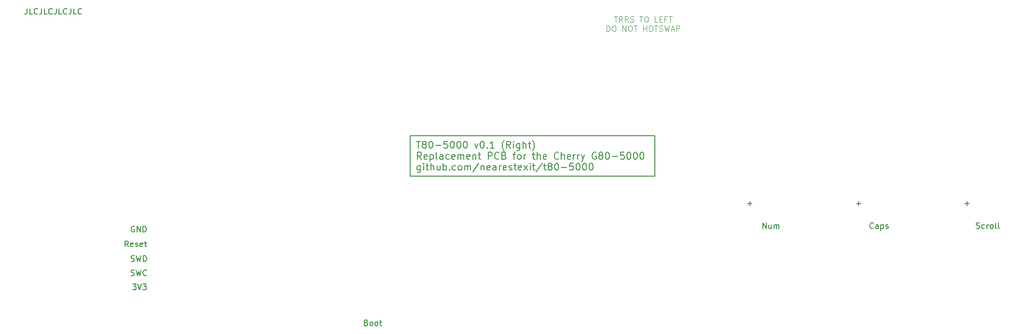
<source format=gbr>
%TF.GenerationSoftware,KiCad,Pcbnew,8.0.2*%
%TF.CreationDate,2024-11-08T19:37:49-08:00*%
%TF.ProjectId,gh80-5000-right,67683830-2d35-4303-9030-2d7269676874,rev?*%
%TF.SameCoordinates,Original*%
%TF.FileFunction,Legend,Top*%
%TF.FilePolarity,Positive*%
%FSLAX46Y46*%
G04 Gerber Fmt 4.6, Leading zero omitted, Abs format (unit mm)*
G04 Created by KiCad (PCBNEW 8.0.2) date 2024-11-08 19:37:49*
%MOMM*%
%LPD*%
G01*
G04 APERTURE LIST*
%ADD10C,0.150000*%
%ADD11C,0.125000*%
%ADD12C,0.200000*%
%ADD13C,1.750000*%
%ADD14C,3.987800*%
%ADD15C,2.900000*%
%ADD16C,1.600000*%
%ADD17C,3.048000*%
%ADD18O,1.600000X1.600000*%
%ADD19C,1.200000*%
%ADD20O,2.100000X1.100000*%
%ADD21R,1.800000X1.800000*%
%ADD22C,1.800000*%
%ADD23R,1.700000X1.700000*%
%ADD24O,1.700000X1.700000*%
%ADD25C,1.000000*%
%ADD26O,1.101600X2.301600*%
%ADD27O,1.101600X1.901600*%
G04 APERTURE END LIST*
D10*
X249708207Y-118574580D02*
X249660588Y-118622200D01*
X249660588Y-118622200D02*
X249517731Y-118669819D01*
X249517731Y-118669819D02*
X249422493Y-118669819D01*
X249422493Y-118669819D02*
X249279636Y-118622200D01*
X249279636Y-118622200D02*
X249184398Y-118526961D01*
X249184398Y-118526961D02*
X249136779Y-118431723D01*
X249136779Y-118431723D02*
X249089160Y-118241247D01*
X249089160Y-118241247D02*
X249089160Y-118098390D01*
X249089160Y-118098390D02*
X249136779Y-117907914D01*
X249136779Y-117907914D02*
X249184398Y-117812676D01*
X249184398Y-117812676D02*
X249279636Y-117717438D01*
X249279636Y-117717438D02*
X249422493Y-117669819D01*
X249422493Y-117669819D02*
X249517731Y-117669819D01*
X249517731Y-117669819D02*
X249660588Y-117717438D01*
X249660588Y-117717438D02*
X249708207Y-117765057D01*
X250565350Y-118669819D02*
X250565350Y-118146009D01*
X250565350Y-118146009D02*
X250517731Y-118050771D01*
X250517731Y-118050771D02*
X250422493Y-118003152D01*
X250422493Y-118003152D02*
X250232017Y-118003152D01*
X250232017Y-118003152D02*
X250136779Y-118050771D01*
X250565350Y-118622200D02*
X250470112Y-118669819D01*
X250470112Y-118669819D02*
X250232017Y-118669819D01*
X250232017Y-118669819D02*
X250136779Y-118622200D01*
X250136779Y-118622200D02*
X250089160Y-118526961D01*
X250089160Y-118526961D02*
X250089160Y-118431723D01*
X250089160Y-118431723D02*
X250136779Y-118336485D01*
X250136779Y-118336485D02*
X250232017Y-118288866D01*
X250232017Y-118288866D02*
X250470112Y-118288866D01*
X250470112Y-118288866D02*
X250565350Y-118241247D01*
X251041541Y-118003152D02*
X251041541Y-119003152D01*
X251041541Y-118050771D02*
X251136779Y-118003152D01*
X251136779Y-118003152D02*
X251327255Y-118003152D01*
X251327255Y-118003152D02*
X251422493Y-118050771D01*
X251422493Y-118050771D02*
X251470112Y-118098390D01*
X251470112Y-118098390D02*
X251517731Y-118193628D01*
X251517731Y-118193628D02*
X251517731Y-118479342D01*
X251517731Y-118479342D02*
X251470112Y-118574580D01*
X251470112Y-118574580D02*
X251422493Y-118622200D01*
X251422493Y-118622200D02*
X251327255Y-118669819D01*
X251327255Y-118669819D02*
X251136779Y-118669819D01*
X251136779Y-118669819D02*
X251041541Y-118622200D01*
X251898684Y-118622200D02*
X251993922Y-118669819D01*
X251993922Y-118669819D02*
X252184398Y-118669819D01*
X252184398Y-118669819D02*
X252279636Y-118622200D01*
X252279636Y-118622200D02*
X252327255Y-118526961D01*
X252327255Y-118526961D02*
X252327255Y-118479342D01*
X252327255Y-118479342D02*
X252279636Y-118384104D01*
X252279636Y-118384104D02*
X252184398Y-118336485D01*
X252184398Y-118336485D02*
X252041541Y-118336485D01*
X252041541Y-118336485D02*
X251946303Y-118288866D01*
X251946303Y-118288866D02*
X251898684Y-118193628D01*
X251898684Y-118193628D02*
X251898684Y-118146009D01*
X251898684Y-118146009D02*
X251946303Y-118050771D01*
X251946303Y-118050771D02*
X252041541Y-118003152D01*
X252041541Y-118003152D02*
X252184398Y-118003152D01*
X252184398Y-118003152D02*
X252279636Y-118050771D01*
X119489160Y-124422200D02*
X119632017Y-124469819D01*
X119632017Y-124469819D02*
X119870112Y-124469819D01*
X119870112Y-124469819D02*
X119965350Y-124422200D01*
X119965350Y-124422200D02*
X120012969Y-124374580D01*
X120012969Y-124374580D02*
X120060588Y-124279342D01*
X120060588Y-124279342D02*
X120060588Y-124184104D01*
X120060588Y-124184104D02*
X120012969Y-124088866D01*
X120012969Y-124088866D02*
X119965350Y-124041247D01*
X119965350Y-124041247D02*
X119870112Y-123993628D01*
X119870112Y-123993628D02*
X119679636Y-123946009D01*
X119679636Y-123946009D02*
X119584398Y-123898390D01*
X119584398Y-123898390D02*
X119536779Y-123850771D01*
X119536779Y-123850771D02*
X119489160Y-123755533D01*
X119489160Y-123755533D02*
X119489160Y-123660295D01*
X119489160Y-123660295D02*
X119536779Y-123565057D01*
X119536779Y-123565057D02*
X119584398Y-123517438D01*
X119584398Y-123517438D02*
X119679636Y-123469819D01*
X119679636Y-123469819D02*
X119917731Y-123469819D01*
X119917731Y-123469819D02*
X120060588Y-123517438D01*
X120393922Y-123469819D02*
X120632017Y-124469819D01*
X120632017Y-124469819D02*
X120822493Y-123755533D01*
X120822493Y-123755533D02*
X121012969Y-124469819D01*
X121012969Y-124469819D02*
X121251065Y-123469819D01*
X121632017Y-124469819D02*
X121632017Y-123469819D01*
X121632017Y-123469819D02*
X121870112Y-123469819D01*
X121870112Y-123469819D02*
X122012969Y-123517438D01*
X122012969Y-123517438D02*
X122108207Y-123612676D01*
X122108207Y-123612676D02*
X122155826Y-123707914D01*
X122155826Y-123707914D02*
X122203445Y-123898390D01*
X122203445Y-123898390D02*
X122203445Y-124041247D01*
X122203445Y-124041247D02*
X122155826Y-124231723D01*
X122155826Y-124231723D02*
X122108207Y-124326961D01*
X122108207Y-124326961D02*
X122012969Y-124422200D01*
X122012969Y-124422200D02*
X121870112Y-124469819D01*
X121870112Y-124469819D02*
X121632017Y-124469819D01*
X230336779Y-118669819D02*
X230336779Y-117669819D01*
X230336779Y-117669819D02*
X230908207Y-118669819D01*
X230908207Y-118669819D02*
X230908207Y-117669819D01*
X231812969Y-118003152D02*
X231812969Y-118669819D01*
X231384398Y-118003152D02*
X231384398Y-118526961D01*
X231384398Y-118526961D02*
X231432017Y-118622200D01*
X231432017Y-118622200D02*
X231527255Y-118669819D01*
X231527255Y-118669819D02*
X231670112Y-118669819D01*
X231670112Y-118669819D02*
X231765350Y-118622200D01*
X231765350Y-118622200D02*
X231812969Y-118574580D01*
X232289160Y-118669819D02*
X232289160Y-118003152D01*
X232289160Y-118098390D02*
X232336779Y-118050771D01*
X232336779Y-118050771D02*
X232432017Y-118003152D01*
X232432017Y-118003152D02*
X232574874Y-118003152D01*
X232574874Y-118003152D02*
X232670112Y-118050771D01*
X232670112Y-118050771D02*
X232717731Y-118146009D01*
X232717731Y-118146009D02*
X232717731Y-118669819D01*
X232717731Y-118146009D02*
X232765350Y-118050771D01*
X232765350Y-118050771D02*
X232860588Y-118003152D01*
X232860588Y-118003152D02*
X233003445Y-118003152D01*
X233003445Y-118003152D02*
X233098684Y-118050771D01*
X233098684Y-118050771D02*
X233146303Y-118146009D01*
X233146303Y-118146009D02*
X233146303Y-118669819D01*
X160770112Y-135246009D02*
X160912969Y-135293628D01*
X160912969Y-135293628D02*
X160960588Y-135341247D01*
X160960588Y-135341247D02*
X161008207Y-135436485D01*
X161008207Y-135436485D02*
X161008207Y-135579342D01*
X161008207Y-135579342D02*
X160960588Y-135674580D01*
X160960588Y-135674580D02*
X160912969Y-135722200D01*
X160912969Y-135722200D02*
X160817731Y-135769819D01*
X160817731Y-135769819D02*
X160436779Y-135769819D01*
X160436779Y-135769819D02*
X160436779Y-134769819D01*
X160436779Y-134769819D02*
X160770112Y-134769819D01*
X160770112Y-134769819D02*
X160865350Y-134817438D01*
X160865350Y-134817438D02*
X160912969Y-134865057D01*
X160912969Y-134865057D02*
X160960588Y-134960295D01*
X160960588Y-134960295D02*
X160960588Y-135055533D01*
X160960588Y-135055533D02*
X160912969Y-135150771D01*
X160912969Y-135150771D02*
X160865350Y-135198390D01*
X160865350Y-135198390D02*
X160770112Y-135246009D01*
X160770112Y-135246009D02*
X160436779Y-135246009D01*
X161579636Y-135769819D02*
X161484398Y-135722200D01*
X161484398Y-135722200D02*
X161436779Y-135674580D01*
X161436779Y-135674580D02*
X161389160Y-135579342D01*
X161389160Y-135579342D02*
X161389160Y-135293628D01*
X161389160Y-135293628D02*
X161436779Y-135198390D01*
X161436779Y-135198390D02*
X161484398Y-135150771D01*
X161484398Y-135150771D02*
X161579636Y-135103152D01*
X161579636Y-135103152D02*
X161722493Y-135103152D01*
X161722493Y-135103152D02*
X161817731Y-135150771D01*
X161817731Y-135150771D02*
X161865350Y-135198390D01*
X161865350Y-135198390D02*
X161912969Y-135293628D01*
X161912969Y-135293628D02*
X161912969Y-135579342D01*
X161912969Y-135579342D02*
X161865350Y-135674580D01*
X161865350Y-135674580D02*
X161817731Y-135722200D01*
X161817731Y-135722200D02*
X161722493Y-135769819D01*
X161722493Y-135769819D02*
X161579636Y-135769819D01*
X162484398Y-135769819D02*
X162389160Y-135722200D01*
X162389160Y-135722200D02*
X162341541Y-135674580D01*
X162341541Y-135674580D02*
X162293922Y-135579342D01*
X162293922Y-135579342D02*
X162293922Y-135293628D01*
X162293922Y-135293628D02*
X162341541Y-135198390D01*
X162341541Y-135198390D02*
X162389160Y-135150771D01*
X162389160Y-135150771D02*
X162484398Y-135103152D01*
X162484398Y-135103152D02*
X162627255Y-135103152D01*
X162627255Y-135103152D02*
X162722493Y-135150771D01*
X162722493Y-135150771D02*
X162770112Y-135198390D01*
X162770112Y-135198390D02*
X162817731Y-135293628D01*
X162817731Y-135293628D02*
X162817731Y-135579342D01*
X162817731Y-135579342D02*
X162770112Y-135674580D01*
X162770112Y-135674580D02*
X162722493Y-135722200D01*
X162722493Y-135722200D02*
X162627255Y-135769819D01*
X162627255Y-135769819D02*
X162484398Y-135769819D01*
X163103446Y-135103152D02*
X163484398Y-135103152D01*
X163246303Y-134769819D02*
X163246303Y-135626961D01*
X163246303Y-135626961D02*
X163293922Y-135722200D01*
X163293922Y-135722200D02*
X163389160Y-135769819D01*
X163389160Y-135769819D02*
X163484398Y-135769819D01*
X119008207Y-121869819D02*
X118674874Y-121393628D01*
X118436779Y-121869819D02*
X118436779Y-120869819D01*
X118436779Y-120869819D02*
X118817731Y-120869819D01*
X118817731Y-120869819D02*
X118912969Y-120917438D01*
X118912969Y-120917438D02*
X118960588Y-120965057D01*
X118960588Y-120965057D02*
X119008207Y-121060295D01*
X119008207Y-121060295D02*
X119008207Y-121203152D01*
X119008207Y-121203152D02*
X118960588Y-121298390D01*
X118960588Y-121298390D02*
X118912969Y-121346009D01*
X118912969Y-121346009D02*
X118817731Y-121393628D01*
X118817731Y-121393628D02*
X118436779Y-121393628D01*
X119817731Y-121822200D02*
X119722493Y-121869819D01*
X119722493Y-121869819D02*
X119532017Y-121869819D01*
X119532017Y-121869819D02*
X119436779Y-121822200D01*
X119436779Y-121822200D02*
X119389160Y-121726961D01*
X119389160Y-121726961D02*
X119389160Y-121346009D01*
X119389160Y-121346009D02*
X119436779Y-121250771D01*
X119436779Y-121250771D02*
X119532017Y-121203152D01*
X119532017Y-121203152D02*
X119722493Y-121203152D01*
X119722493Y-121203152D02*
X119817731Y-121250771D01*
X119817731Y-121250771D02*
X119865350Y-121346009D01*
X119865350Y-121346009D02*
X119865350Y-121441247D01*
X119865350Y-121441247D02*
X119389160Y-121536485D01*
X120246303Y-121822200D02*
X120341541Y-121869819D01*
X120341541Y-121869819D02*
X120532017Y-121869819D01*
X120532017Y-121869819D02*
X120627255Y-121822200D01*
X120627255Y-121822200D02*
X120674874Y-121726961D01*
X120674874Y-121726961D02*
X120674874Y-121679342D01*
X120674874Y-121679342D02*
X120627255Y-121584104D01*
X120627255Y-121584104D02*
X120532017Y-121536485D01*
X120532017Y-121536485D02*
X120389160Y-121536485D01*
X120389160Y-121536485D02*
X120293922Y-121488866D01*
X120293922Y-121488866D02*
X120246303Y-121393628D01*
X120246303Y-121393628D02*
X120246303Y-121346009D01*
X120246303Y-121346009D02*
X120293922Y-121250771D01*
X120293922Y-121250771D02*
X120389160Y-121203152D01*
X120389160Y-121203152D02*
X120532017Y-121203152D01*
X120532017Y-121203152D02*
X120627255Y-121250771D01*
X121484398Y-121822200D02*
X121389160Y-121869819D01*
X121389160Y-121869819D02*
X121198684Y-121869819D01*
X121198684Y-121869819D02*
X121103446Y-121822200D01*
X121103446Y-121822200D02*
X121055827Y-121726961D01*
X121055827Y-121726961D02*
X121055827Y-121346009D01*
X121055827Y-121346009D02*
X121103446Y-121250771D01*
X121103446Y-121250771D02*
X121198684Y-121203152D01*
X121198684Y-121203152D02*
X121389160Y-121203152D01*
X121389160Y-121203152D02*
X121484398Y-121250771D01*
X121484398Y-121250771D02*
X121532017Y-121346009D01*
X121532017Y-121346009D02*
X121532017Y-121441247D01*
X121532017Y-121441247D02*
X121055827Y-121536485D01*
X121817732Y-121203152D02*
X122198684Y-121203152D01*
X121960589Y-120869819D02*
X121960589Y-121726961D01*
X121960589Y-121726961D02*
X122008208Y-121822200D01*
X122008208Y-121822200D02*
X122103446Y-121869819D01*
X122103446Y-121869819D02*
X122198684Y-121869819D01*
X120060588Y-118317438D02*
X119965350Y-118269819D01*
X119965350Y-118269819D02*
X119822493Y-118269819D01*
X119822493Y-118269819D02*
X119679636Y-118317438D01*
X119679636Y-118317438D02*
X119584398Y-118412676D01*
X119584398Y-118412676D02*
X119536779Y-118507914D01*
X119536779Y-118507914D02*
X119489160Y-118698390D01*
X119489160Y-118698390D02*
X119489160Y-118841247D01*
X119489160Y-118841247D02*
X119536779Y-119031723D01*
X119536779Y-119031723D02*
X119584398Y-119126961D01*
X119584398Y-119126961D02*
X119679636Y-119222200D01*
X119679636Y-119222200D02*
X119822493Y-119269819D01*
X119822493Y-119269819D02*
X119917731Y-119269819D01*
X119917731Y-119269819D02*
X120060588Y-119222200D01*
X120060588Y-119222200D02*
X120108207Y-119174580D01*
X120108207Y-119174580D02*
X120108207Y-118841247D01*
X120108207Y-118841247D02*
X119917731Y-118841247D01*
X120536779Y-119269819D02*
X120536779Y-118269819D01*
X120536779Y-118269819D02*
X121108207Y-119269819D01*
X121108207Y-119269819D02*
X121108207Y-118269819D01*
X121584398Y-119269819D02*
X121584398Y-118269819D01*
X121584398Y-118269819D02*
X121822493Y-118269819D01*
X121822493Y-118269819D02*
X121965350Y-118317438D01*
X121965350Y-118317438D02*
X122060588Y-118412676D01*
X122060588Y-118412676D02*
X122108207Y-118507914D01*
X122108207Y-118507914D02*
X122155826Y-118698390D01*
X122155826Y-118698390D02*
X122155826Y-118841247D01*
X122155826Y-118841247D02*
X122108207Y-119031723D01*
X122108207Y-119031723D02*
X122060588Y-119126961D01*
X122060588Y-119126961D02*
X121965350Y-119222200D01*
X121965350Y-119222200D02*
X121822493Y-119269819D01*
X121822493Y-119269819D02*
X121584398Y-119269819D01*
X119741541Y-128469819D02*
X120360588Y-128469819D01*
X120360588Y-128469819D02*
X120027255Y-128850771D01*
X120027255Y-128850771D02*
X120170112Y-128850771D01*
X120170112Y-128850771D02*
X120265350Y-128898390D01*
X120265350Y-128898390D02*
X120312969Y-128946009D01*
X120312969Y-128946009D02*
X120360588Y-129041247D01*
X120360588Y-129041247D02*
X120360588Y-129279342D01*
X120360588Y-129279342D02*
X120312969Y-129374580D01*
X120312969Y-129374580D02*
X120265350Y-129422200D01*
X120265350Y-129422200D02*
X120170112Y-129469819D01*
X120170112Y-129469819D02*
X119884398Y-129469819D01*
X119884398Y-129469819D02*
X119789160Y-129422200D01*
X119789160Y-129422200D02*
X119741541Y-129374580D01*
X120646303Y-128469819D02*
X120979636Y-129469819D01*
X120979636Y-129469819D02*
X121312969Y-128469819D01*
X121551065Y-128469819D02*
X122170112Y-128469819D01*
X122170112Y-128469819D02*
X121836779Y-128850771D01*
X121836779Y-128850771D02*
X121979636Y-128850771D01*
X121979636Y-128850771D02*
X122074874Y-128898390D01*
X122074874Y-128898390D02*
X122122493Y-128946009D01*
X122122493Y-128946009D02*
X122170112Y-129041247D01*
X122170112Y-129041247D02*
X122170112Y-129279342D01*
X122170112Y-129279342D02*
X122122493Y-129374580D01*
X122122493Y-129374580D02*
X122074874Y-129422200D01*
X122074874Y-129422200D02*
X121979636Y-129469819D01*
X121979636Y-129469819D02*
X121693922Y-129469819D01*
X121693922Y-129469819D02*
X121598684Y-129422200D01*
X121598684Y-129422200D02*
X121551065Y-129374580D01*
X267789160Y-118622200D02*
X267932017Y-118669819D01*
X267932017Y-118669819D02*
X268170112Y-118669819D01*
X268170112Y-118669819D02*
X268265350Y-118622200D01*
X268265350Y-118622200D02*
X268312969Y-118574580D01*
X268312969Y-118574580D02*
X268360588Y-118479342D01*
X268360588Y-118479342D02*
X268360588Y-118384104D01*
X268360588Y-118384104D02*
X268312969Y-118288866D01*
X268312969Y-118288866D02*
X268265350Y-118241247D01*
X268265350Y-118241247D02*
X268170112Y-118193628D01*
X268170112Y-118193628D02*
X267979636Y-118146009D01*
X267979636Y-118146009D02*
X267884398Y-118098390D01*
X267884398Y-118098390D02*
X267836779Y-118050771D01*
X267836779Y-118050771D02*
X267789160Y-117955533D01*
X267789160Y-117955533D02*
X267789160Y-117860295D01*
X267789160Y-117860295D02*
X267836779Y-117765057D01*
X267836779Y-117765057D02*
X267884398Y-117717438D01*
X267884398Y-117717438D02*
X267979636Y-117669819D01*
X267979636Y-117669819D02*
X268217731Y-117669819D01*
X268217731Y-117669819D02*
X268360588Y-117717438D01*
X269217731Y-118622200D02*
X269122493Y-118669819D01*
X269122493Y-118669819D02*
X268932017Y-118669819D01*
X268932017Y-118669819D02*
X268836779Y-118622200D01*
X268836779Y-118622200D02*
X268789160Y-118574580D01*
X268789160Y-118574580D02*
X268741541Y-118479342D01*
X268741541Y-118479342D02*
X268741541Y-118193628D01*
X268741541Y-118193628D02*
X268789160Y-118098390D01*
X268789160Y-118098390D02*
X268836779Y-118050771D01*
X268836779Y-118050771D02*
X268932017Y-118003152D01*
X268932017Y-118003152D02*
X269122493Y-118003152D01*
X269122493Y-118003152D02*
X269217731Y-118050771D01*
X269646303Y-118669819D02*
X269646303Y-118003152D01*
X269646303Y-118193628D02*
X269693922Y-118098390D01*
X269693922Y-118098390D02*
X269741541Y-118050771D01*
X269741541Y-118050771D02*
X269836779Y-118003152D01*
X269836779Y-118003152D02*
X269932017Y-118003152D01*
X270408208Y-118669819D02*
X270312970Y-118622200D01*
X270312970Y-118622200D02*
X270265351Y-118574580D01*
X270265351Y-118574580D02*
X270217732Y-118479342D01*
X270217732Y-118479342D02*
X270217732Y-118193628D01*
X270217732Y-118193628D02*
X270265351Y-118098390D01*
X270265351Y-118098390D02*
X270312970Y-118050771D01*
X270312970Y-118050771D02*
X270408208Y-118003152D01*
X270408208Y-118003152D02*
X270551065Y-118003152D01*
X270551065Y-118003152D02*
X270646303Y-118050771D01*
X270646303Y-118050771D02*
X270693922Y-118098390D01*
X270693922Y-118098390D02*
X270741541Y-118193628D01*
X270741541Y-118193628D02*
X270741541Y-118479342D01*
X270741541Y-118479342D02*
X270693922Y-118574580D01*
X270693922Y-118574580D02*
X270646303Y-118622200D01*
X270646303Y-118622200D02*
X270551065Y-118669819D01*
X270551065Y-118669819D02*
X270408208Y-118669819D01*
X271312970Y-118669819D02*
X271217732Y-118622200D01*
X271217732Y-118622200D02*
X271170113Y-118526961D01*
X271170113Y-118526961D02*
X271170113Y-117669819D01*
X271836780Y-118669819D02*
X271741542Y-118622200D01*
X271741542Y-118622200D02*
X271693923Y-118526961D01*
X271693923Y-118526961D02*
X271693923Y-117669819D01*
X227636779Y-114288866D02*
X228398684Y-114288866D01*
X228017731Y-114669819D02*
X228017731Y-113907914D01*
X265736779Y-114288866D02*
X266498684Y-114288866D01*
X266117731Y-114669819D02*
X266117731Y-113907914D01*
X119489160Y-126922200D02*
X119632017Y-126969819D01*
X119632017Y-126969819D02*
X119870112Y-126969819D01*
X119870112Y-126969819D02*
X119965350Y-126922200D01*
X119965350Y-126922200D02*
X120012969Y-126874580D01*
X120012969Y-126874580D02*
X120060588Y-126779342D01*
X120060588Y-126779342D02*
X120060588Y-126684104D01*
X120060588Y-126684104D02*
X120012969Y-126588866D01*
X120012969Y-126588866D02*
X119965350Y-126541247D01*
X119965350Y-126541247D02*
X119870112Y-126493628D01*
X119870112Y-126493628D02*
X119679636Y-126446009D01*
X119679636Y-126446009D02*
X119584398Y-126398390D01*
X119584398Y-126398390D02*
X119536779Y-126350771D01*
X119536779Y-126350771D02*
X119489160Y-126255533D01*
X119489160Y-126255533D02*
X119489160Y-126160295D01*
X119489160Y-126160295D02*
X119536779Y-126065057D01*
X119536779Y-126065057D02*
X119584398Y-126017438D01*
X119584398Y-126017438D02*
X119679636Y-125969819D01*
X119679636Y-125969819D02*
X119917731Y-125969819D01*
X119917731Y-125969819D02*
X120060588Y-126017438D01*
X120393922Y-125969819D02*
X120632017Y-126969819D01*
X120632017Y-126969819D02*
X120822493Y-126255533D01*
X120822493Y-126255533D02*
X121012969Y-126969819D01*
X121012969Y-126969819D02*
X121251065Y-125969819D01*
X122203445Y-126874580D02*
X122155826Y-126922200D01*
X122155826Y-126922200D02*
X122012969Y-126969819D01*
X122012969Y-126969819D02*
X121917731Y-126969819D01*
X121917731Y-126969819D02*
X121774874Y-126922200D01*
X121774874Y-126922200D02*
X121679636Y-126826961D01*
X121679636Y-126826961D02*
X121632017Y-126731723D01*
X121632017Y-126731723D02*
X121584398Y-126541247D01*
X121584398Y-126541247D02*
X121584398Y-126398390D01*
X121584398Y-126398390D02*
X121632017Y-126207914D01*
X121632017Y-126207914D02*
X121679636Y-126112676D01*
X121679636Y-126112676D02*
X121774874Y-126017438D01*
X121774874Y-126017438D02*
X121917731Y-125969819D01*
X121917731Y-125969819D02*
X122012969Y-125969819D01*
X122012969Y-125969819D02*
X122155826Y-126017438D01*
X122155826Y-126017438D02*
X122203445Y-126065057D01*
D11*
X204204761Y-81361175D02*
X204776189Y-81361175D01*
X204490475Y-82361175D02*
X204490475Y-81361175D01*
X205680951Y-82361175D02*
X205347618Y-81884984D01*
X205109523Y-82361175D02*
X205109523Y-81361175D01*
X205109523Y-81361175D02*
X205490475Y-81361175D01*
X205490475Y-81361175D02*
X205585713Y-81408794D01*
X205585713Y-81408794D02*
X205633332Y-81456413D01*
X205633332Y-81456413D02*
X205680951Y-81551651D01*
X205680951Y-81551651D02*
X205680951Y-81694508D01*
X205680951Y-81694508D02*
X205633332Y-81789746D01*
X205633332Y-81789746D02*
X205585713Y-81837365D01*
X205585713Y-81837365D02*
X205490475Y-81884984D01*
X205490475Y-81884984D02*
X205109523Y-81884984D01*
X206680951Y-82361175D02*
X206347618Y-81884984D01*
X206109523Y-82361175D02*
X206109523Y-81361175D01*
X206109523Y-81361175D02*
X206490475Y-81361175D01*
X206490475Y-81361175D02*
X206585713Y-81408794D01*
X206585713Y-81408794D02*
X206633332Y-81456413D01*
X206633332Y-81456413D02*
X206680951Y-81551651D01*
X206680951Y-81551651D02*
X206680951Y-81694508D01*
X206680951Y-81694508D02*
X206633332Y-81789746D01*
X206633332Y-81789746D02*
X206585713Y-81837365D01*
X206585713Y-81837365D02*
X206490475Y-81884984D01*
X206490475Y-81884984D02*
X206109523Y-81884984D01*
X207061904Y-82313556D02*
X207204761Y-82361175D01*
X207204761Y-82361175D02*
X207442856Y-82361175D01*
X207442856Y-82361175D02*
X207538094Y-82313556D01*
X207538094Y-82313556D02*
X207585713Y-82265936D01*
X207585713Y-82265936D02*
X207633332Y-82170698D01*
X207633332Y-82170698D02*
X207633332Y-82075460D01*
X207633332Y-82075460D02*
X207585713Y-81980222D01*
X207585713Y-81980222D02*
X207538094Y-81932603D01*
X207538094Y-81932603D02*
X207442856Y-81884984D01*
X207442856Y-81884984D02*
X207252380Y-81837365D01*
X207252380Y-81837365D02*
X207157142Y-81789746D01*
X207157142Y-81789746D02*
X207109523Y-81742127D01*
X207109523Y-81742127D02*
X207061904Y-81646889D01*
X207061904Y-81646889D02*
X207061904Y-81551651D01*
X207061904Y-81551651D02*
X207109523Y-81456413D01*
X207109523Y-81456413D02*
X207157142Y-81408794D01*
X207157142Y-81408794D02*
X207252380Y-81361175D01*
X207252380Y-81361175D02*
X207490475Y-81361175D01*
X207490475Y-81361175D02*
X207633332Y-81408794D01*
X208680952Y-81361175D02*
X209252380Y-81361175D01*
X208966666Y-82361175D02*
X208966666Y-81361175D01*
X209776190Y-81361175D02*
X209966666Y-81361175D01*
X209966666Y-81361175D02*
X210061904Y-81408794D01*
X210061904Y-81408794D02*
X210157142Y-81504032D01*
X210157142Y-81504032D02*
X210204761Y-81694508D01*
X210204761Y-81694508D02*
X210204761Y-82027841D01*
X210204761Y-82027841D02*
X210157142Y-82218317D01*
X210157142Y-82218317D02*
X210061904Y-82313556D01*
X210061904Y-82313556D02*
X209966666Y-82361175D01*
X209966666Y-82361175D02*
X209776190Y-82361175D01*
X209776190Y-82361175D02*
X209680952Y-82313556D01*
X209680952Y-82313556D02*
X209585714Y-82218317D01*
X209585714Y-82218317D02*
X209538095Y-82027841D01*
X209538095Y-82027841D02*
X209538095Y-81694508D01*
X209538095Y-81694508D02*
X209585714Y-81504032D01*
X209585714Y-81504032D02*
X209680952Y-81408794D01*
X209680952Y-81408794D02*
X209776190Y-81361175D01*
X211871428Y-82361175D02*
X211395238Y-82361175D01*
X211395238Y-82361175D02*
X211395238Y-81361175D01*
X212204762Y-81837365D02*
X212538095Y-81837365D01*
X212680952Y-82361175D02*
X212204762Y-82361175D01*
X212204762Y-82361175D02*
X212204762Y-81361175D01*
X212204762Y-81361175D02*
X212680952Y-81361175D01*
X213442857Y-81837365D02*
X213109524Y-81837365D01*
X213109524Y-82361175D02*
X213109524Y-81361175D01*
X213109524Y-81361175D02*
X213585714Y-81361175D01*
X213823810Y-81361175D02*
X214395238Y-81361175D01*
X214109524Y-82361175D02*
X214109524Y-81361175D01*
X202919047Y-83971119D02*
X202919047Y-82971119D01*
X202919047Y-82971119D02*
X203157142Y-82971119D01*
X203157142Y-82971119D02*
X203299999Y-83018738D01*
X203299999Y-83018738D02*
X203395237Y-83113976D01*
X203395237Y-83113976D02*
X203442856Y-83209214D01*
X203442856Y-83209214D02*
X203490475Y-83399690D01*
X203490475Y-83399690D02*
X203490475Y-83542547D01*
X203490475Y-83542547D02*
X203442856Y-83733023D01*
X203442856Y-83733023D02*
X203395237Y-83828261D01*
X203395237Y-83828261D02*
X203299999Y-83923500D01*
X203299999Y-83923500D02*
X203157142Y-83971119D01*
X203157142Y-83971119D02*
X202919047Y-83971119D01*
X204109523Y-82971119D02*
X204299999Y-82971119D01*
X204299999Y-82971119D02*
X204395237Y-83018738D01*
X204395237Y-83018738D02*
X204490475Y-83113976D01*
X204490475Y-83113976D02*
X204538094Y-83304452D01*
X204538094Y-83304452D02*
X204538094Y-83637785D01*
X204538094Y-83637785D02*
X204490475Y-83828261D01*
X204490475Y-83828261D02*
X204395237Y-83923500D01*
X204395237Y-83923500D02*
X204299999Y-83971119D01*
X204299999Y-83971119D02*
X204109523Y-83971119D01*
X204109523Y-83971119D02*
X204014285Y-83923500D01*
X204014285Y-83923500D02*
X203919047Y-83828261D01*
X203919047Y-83828261D02*
X203871428Y-83637785D01*
X203871428Y-83637785D02*
X203871428Y-83304452D01*
X203871428Y-83304452D02*
X203919047Y-83113976D01*
X203919047Y-83113976D02*
X204014285Y-83018738D01*
X204014285Y-83018738D02*
X204109523Y-82971119D01*
X205728571Y-83971119D02*
X205728571Y-82971119D01*
X205728571Y-82971119D02*
X206299999Y-83971119D01*
X206299999Y-83971119D02*
X206299999Y-82971119D01*
X206966666Y-82971119D02*
X207157142Y-82971119D01*
X207157142Y-82971119D02*
X207252380Y-83018738D01*
X207252380Y-83018738D02*
X207347618Y-83113976D01*
X207347618Y-83113976D02*
X207395237Y-83304452D01*
X207395237Y-83304452D02*
X207395237Y-83637785D01*
X207395237Y-83637785D02*
X207347618Y-83828261D01*
X207347618Y-83828261D02*
X207252380Y-83923500D01*
X207252380Y-83923500D02*
X207157142Y-83971119D01*
X207157142Y-83971119D02*
X206966666Y-83971119D01*
X206966666Y-83971119D02*
X206871428Y-83923500D01*
X206871428Y-83923500D02*
X206776190Y-83828261D01*
X206776190Y-83828261D02*
X206728571Y-83637785D01*
X206728571Y-83637785D02*
X206728571Y-83304452D01*
X206728571Y-83304452D02*
X206776190Y-83113976D01*
X206776190Y-83113976D02*
X206871428Y-83018738D01*
X206871428Y-83018738D02*
X206966666Y-82971119D01*
X207680952Y-82971119D02*
X208252380Y-82971119D01*
X207966666Y-83971119D02*
X207966666Y-82971119D01*
X209347619Y-83971119D02*
X209347619Y-82971119D01*
X209347619Y-83447309D02*
X209919047Y-83447309D01*
X209919047Y-83971119D02*
X209919047Y-82971119D01*
X210585714Y-82971119D02*
X210776190Y-82971119D01*
X210776190Y-82971119D02*
X210871428Y-83018738D01*
X210871428Y-83018738D02*
X210966666Y-83113976D01*
X210966666Y-83113976D02*
X211014285Y-83304452D01*
X211014285Y-83304452D02*
X211014285Y-83637785D01*
X211014285Y-83637785D02*
X210966666Y-83828261D01*
X210966666Y-83828261D02*
X210871428Y-83923500D01*
X210871428Y-83923500D02*
X210776190Y-83971119D01*
X210776190Y-83971119D02*
X210585714Y-83971119D01*
X210585714Y-83971119D02*
X210490476Y-83923500D01*
X210490476Y-83923500D02*
X210395238Y-83828261D01*
X210395238Y-83828261D02*
X210347619Y-83637785D01*
X210347619Y-83637785D02*
X210347619Y-83304452D01*
X210347619Y-83304452D02*
X210395238Y-83113976D01*
X210395238Y-83113976D02*
X210490476Y-83018738D01*
X210490476Y-83018738D02*
X210585714Y-82971119D01*
X211300000Y-82971119D02*
X211871428Y-82971119D01*
X211585714Y-83971119D02*
X211585714Y-82971119D01*
X212157143Y-83923500D02*
X212300000Y-83971119D01*
X212300000Y-83971119D02*
X212538095Y-83971119D01*
X212538095Y-83971119D02*
X212633333Y-83923500D01*
X212633333Y-83923500D02*
X212680952Y-83875880D01*
X212680952Y-83875880D02*
X212728571Y-83780642D01*
X212728571Y-83780642D02*
X212728571Y-83685404D01*
X212728571Y-83685404D02*
X212680952Y-83590166D01*
X212680952Y-83590166D02*
X212633333Y-83542547D01*
X212633333Y-83542547D02*
X212538095Y-83494928D01*
X212538095Y-83494928D02*
X212347619Y-83447309D01*
X212347619Y-83447309D02*
X212252381Y-83399690D01*
X212252381Y-83399690D02*
X212204762Y-83352071D01*
X212204762Y-83352071D02*
X212157143Y-83256833D01*
X212157143Y-83256833D02*
X212157143Y-83161595D01*
X212157143Y-83161595D02*
X212204762Y-83066357D01*
X212204762Y-83066357D02*
X212252381Y-83018738D01*
X212252381Y-83018738D02*
X212347619Y-82971119D01*
X212347619Y-82971119D02*
X212585714Y-82971119D01*
X212585714Y-82971119D02*
X212728571Y-83018738D01*
X213061905Y-82971119D02*
X213300000Y-83971119D01*
X213300000Y-83971119D02*
X213490476Y-83256833D01*
X213490476Y-83256833D02*
X213680952Y-83971119D01*
X213680952Y-83971119D02*
X213919048Y-82971119D01*
X214252381Y-83685404D02*
X214728571Y-83685404D01*
X214157143Y-83971119D02*
X214490476Y-82971119D01*
X214490476Y-82971119D02*
X214823809Y-83971119D01*
X215157143Y-83971119D02*
X215157143Y-82971119D01*
X215157143Y-82971119D02*
X215538095Y-82971119D01*
X215538095Y-82971119D02*
X215633333Y-83018738D01*
X215633333Y-83018738D02*
X215680952Y-83066357D01*
X215680952Y-83066357D02*
X215728571Y-83161595D01*
X215728571Y-83161595D02*
X215728571Y-83304452D01*
X215728571Y-83304452D02*
X215680952Y-83399690D01*
X215680952Y-83399690D02*
X215633333Y-83447309D01*
X215633333Y-83447309D02*
X215538095Y-83494928D01*
X215538095Y-83494928D02*
X215157143Y-83494928D01*
D10*
X101222493Y-79969819D02*
X101222493Y-80684104D01*
X101222493Y-80684104D02*
X101174874Y-80826961D01*
X101174874Y-80826961D02*
X101079636Y-80922200D01*
X101079636Y-80922200D02*
X100936779Y-80969819D01*
X100936779Y-80969819D02*
X100841541Y-80969819D01*
X102174874Y-80969819D02*
X101698684Y-80969819D01*
X101698684Y-80969819D02*
X101698684Y-79969819D01*
X103079636Y-80874580D02*
X103032017Y-80922200D01*
X103032017Y-80922200D02*
X102889160Y-80969819D01*
X102889160Y-80969819D02*
X102793922Y-80969819D01*
X102793922Y-80969819D02*
X102651065Y-80922200D01*
X102651065Y-80922200D02*
X102555827Y-80826961D01*
X102555827Y-80826961D02*
X102508208Y-80731723D01*
X102508208Y-80731723D02*
X102460589Y-80541247D01*
X102460589Y-80541247D02*
X102460589Y-80398390D01*
X102460589Y-80398390D02*
X102508208Y-80207914D01*
X102508208Y-80207914D02*
X102555827Y-80112676D01*
X102555827Y-80112676D02*
X102651065Y-80017438D01*
X102651065Y-80017438D02*
X102793922Y-79969819D01*
X102793922Y-79969819D02*
X102889160Y-79969819D01*
X102889160Y-79969819D02*
X103032017Y-80017438D01*
X103032017Y-80017438D02*
X103079636Y-80065057D01*
X103793922Y-79969819D02*
X103793922Y-80684104D01*
X103793922Y-80684104D02*
X103746303Y-80826961D01*
X103746303Y-80826961D02*
X103651065Y-80922200D01*
X103651065Y-80922200D02*
X103508208Y-80969819D01*
X103508208Y-80969819D02*
X103412970Y-80969819D01*
X104746303Y-80969819D02*
X104270113Y-80969819D01*
X104270113Y-80969819D02*
X104270113Y-79969819D01*
X105651065Y-80874580D02*
X105603446Y-80922200D01*
X105603446Y-80922200D02*
X105460589Y-80969819D01*
X105460589Y-80969819D02*
X105365351Y-80969819D01*
X105365351Y-80969819D02*
X105222494Y-80922200D01*
X105222494Y-80922200D02*
X105127256Y-80826961D01*
X105127256Y-80826961D02*
X105079637Y-80731723D01*
X105079637Y-80731723D02*
X105032018Y-80541247D01*
X105032018Y-80541247D02*
X105032018Y-80398390D01*
X105032018Y-80398390D02*
X105079637Y-80207914D01*
X105079637Y-80207914D02*
X105127256Y-80112676D01*
X105127256Y-80112676D02*
X105222494Y-80017438D01*
X105222494Y-80017438D02*
X105365351Y-79969819D01*
X105365351Y-79969819D02*
X105460589Y-79969819D01*
X105460589Y-79969819D02*
X105603446Y-80017438D01*
X105603446Y-80017438D02*
X105651065Y-80065057D01*
X106365351Y-79969819D02*
X106365351Y-80684104D01*
X106365351Y-80684104D02*
X106317732Y-80826961D01*
X106317732Y-80826961D02*
X106222494Y-80922200D01*
X106222494Y-80922200D02*
X106079637Y-80969819D01*
X106079637Y-80969819D02*
X105984399Y-80969819D01*
X107317732Y-80969819D02*
X106841542Y-80969819D01*
X106841542Y-80969819D02*
X106841542Y-79969819D01*
X108222494Y-80874580D02*
X108174875Y-80922200D01*
X108174875Y-80922200D02*
X108032018Y-80969819D01*
X108032018Y-80969819D02*
X107936780Y-80969819D01*
X107936780Y-80969819D02*
X107793923Y-80922200D01*
X107793923Y-80922200D02*
X107698685Y-80826961D01*
X107698685Y-80826961D02*
X107651066Y-80731723D01*
X107651066Y-80731723D02*
X107603447Y-80541247D01*
X107603447Y-80541247D02*
X107603447Y-80398390D01*
X107603447Y-80398390D02*
X107651066Y-80207914D01*
X107651066Y-80207914D02*
X107698685Y-80112676D01*
X107698685Y-80112676D02*
X107793923Y-80017438D01*
X107793923Y-80017438D02*
X107936780Y-79969819D01*
X107936780Y-79969819D02*
X108032018Y-79969819D01*
X108032018Y-79969819D02*
X108174875Y-80017438D01*
X108174875Y-80017438D02*
X108222494Y-80065057D01*
X108936780Y-79969819D02*
X108936780Y-80684104D01*
X108936780Y-80684104D02*
X108889161Y-80826961D01*
X108889161Y-80826961D02*
X108793923Y-80922200D01*
X108793923Y-80922200D02*
X108651066Y-80969819D01*
X108651066Y-80969819D02*
X108555828Y-80969819D01*
X109889161Y-80969819D02*
X109412971Y-80969819D01*
X109412971Y-80969819D02*
X109412971Y-79969819D01*
X110793923Y-80874580D02*
X110746304Y-80922200D01*
X110746304Y-80922200D02*
X110603447Y-80969819D01*
X110603447Y-80969819D02*
X110508209Y-80969819D01*
X110508209Y-80969819D02*
X110365352Y-80922200D01*
X110365352Y-80922200D02*
X110270114Y-80826961D01*
X110270114Y-80826961D02*
X110222495Y-80731723D01*
X110222495Y-80731723D02*
X110174876Y-80541247D01*
X110174876Y-80541247D02*
X110174876Y-80398390D01*
X110174876Y-80398390D02*
X110222495Y-80207914D01*
X110222495Y-80207914D02*
X110270114Y-80112676D01*
X110270114Y-80112676D02*
X110365352Y-80017438D01*
X110365352Y-80017438D02*
X110508209Y-79969819D01*
X110508209Y-79969819D02*
X110603447Y-79969819D01*
X110603447Y-79969819D02*
X110746304Y-80017438D01*
X110746304Y-80017438D02*
X110793923Y-80065057D01*
X246736779Y-114288866D02*
X247498684Y-114288866D01*
X247117731Y-114669819D02*
X247117731Y-113907914D01*
X169562969Y-103349342D02*
X170248684Y-103349342D01*
X169905826Y-104549342D02*
X169905826Y-103349342D01*
X170820112Y-103863628D02*
X170705827Y-103806485D01*
X170705827Y-103806485D02*
X170648684Y-103749342D01*
X170648684Y-103749342D02*
X170591541Y-103635057D01*
X170591541Y-103635057D02*
X170591541Y-103577914D01*
X170591541Y-103577914D02*
X170648684Y-103463628D01*
X170648684Y-103463628D02*
X170705827Y-103406485D01*
X170705827Y-103406485D02*
X170820112Y-103349342D01*
X170820112Y-103349342D02*
X171048684Y-103349342D01*
X171048684Y-103349342D02*
X171162970Y-103406485D01*
X171162970Y-103406485D02*
X171220112Y-103463628D01*
X171220112Y-103463628D02*
X171277255Y-103577914D01*
X171277255Y-103577914D02*
X171277255Y-103635057D01*
X171277255Y-103635057D02*
X171220112Y-103749342D01*
X171220112Y-103749342D02*
X171162970Y-103806485D01*
X171162970Y-103806485D02*
X171048684Y-103863628D01*
X171048684Y-103863628D02*
X170820112Y-103863628D01*
X170820112Y-103863628D02*
X170705827Y-103920771D01*
X170705827Y-103920771D02*
X170648684Y-103977914D01*
X170648684Y-103977914D02*
X170591541Y-104092200D01*
X170591541Y-104092200D02*
X170591541Y-104320771D01*
X170591541Y-104320771D02*
X170648684Y-104435057D01*
X170648684Y-104435057D02*
X170705827Y-104492200D01*
X170705827Y-104492200D02*
X170820112Y-104549342D01*
X170820112Y-104549342D02*
X171048684Y-104549342D01*
X171048684Y-104549342D02*
X171162970Y-104492200D01*
X171162970Y-104492200D02*
X171220112Y-104435057D01*
X171220112Y-104435057D02*
X171277255Y-104320771D01*
X171277255Y-104320771D02*
X171277255Y-104092200D01*
X171277255Y-104092200D02*
X171220112Y-103977914D01*
X171220112Y-103977914D02*
X171162970Y-103920771D01*
X171162970Y-103920771D02*
X171048684Y-103863628D01*
X172020112Y-103349342D02*
X172134398Y-103349342D01*
X172134398Y-103349342D02*
X172248684Y-103406485D01*
X172248684Y-103406485D02*
X172305827Y-103463628D01*
X172305827Y-103463628D02*
X172362969Y-103577914D01*
X172362969Y-103577914D02*
X172420112Y-103806485D01*
X172420112Y-103806485D02*
X172420112Y-104092200D01*
X172420112Y-104092200D02*
X172362969Y-104320771D01*
X172362969Y-104320771D02*
X172305827Y-104435057D01*
X172305827Y-104435057D02*
X172248684Y-104492200D01*
X172248684Y-104492200D02*
X172134398Y-104549342D01*
X172134398Y-104549342D02*
X172020112Y-104549342D01*
X172020112Y-104549342D02*
X171905827Y-104492200D01*
X171905827Y-104492200D02*
X171848684Y-104435057D01*
X171848684Y-104435057D02*
X171791541Y-104320771D01*
X171791541Y-104320771D02*
X171734398Y-104092200D01*
X171734398Y-104092200D02*
X171734398Y-103806485D01*
X171734398Y-103806485D02*
X171791541Y-103577914D01*
X171791541Y-103577914D02*
X171848684Y-103463628D01*
X171848684Y-103463628D02*
X171905827Y-103406485D01*
X171905827Y-103406485D02*
X172020112Y-103349342D01*
X172934398Y-104092200D02*
X173848684Y-104092200D01*
X174991540Y-103349342D02*
X174420112Y-103349342D01*
X174420112Y-103349342D02*
X174362969Y-103920771D01*
X174362969Y-103920771D02*
X174420112Y-103863628D01*
X174420112Y-103863628D02*
X174534398Y-103806485D01*
X174534398Y-103806485D02*
X174820112Y-103806485D01*
X174820112Y-103806485D02*
X174934398Y-103863628D01*
X174934398Y-103863628D02*
X174991540Y-103920771D01*
X174991540Y-103920771D02*
X175048683Y-104035057D01*
X175048683Y-104035057D02*
X175048683Y-104320771D01*
X175048683Y-104320771D02*
X174991540Y-104435057D01*
X174991540Y-104435057D02*
X174934398Y-104492200D01*
X174934398Y-104492200D02*
X174820112Y-104549342D01*
X174820112Y-104549342D02*
X174534398Y-104549342D01*
X174534398Y-104549342D02*
X174420112Y-104492200D01*
X174420112Y-104492200D02*
X174362969Y-104435057D01*
X175791540Y-103349342D02*
X175905826Y-103349342D01*
X175905826Y-103349342D02*
X176020112Y-103406485D01*
X176020112Y-103406485D02*
X176077255Y-103463628D01*
X176077255Y-103463628D02*
X176134397Y-103577914D01*
X176134397Y-103577914D02*
X176191540Y-103806485D01*
X176191540Y-103806485D02*
X176191540Y-104092200D01*
X176191540Y-104092200D02*
X176134397Y-104320771D01*
X176134397Y-104320771D02*
X176077255Y-104435057D01*
X176077255Y-104435057D02*
X176020112Y-104492200D01*
X176020112Y-104492200D02*
X175905826Y-104549342D01*
X175905826Y-104549342D02*
X175791540Y-104549342D01*
X175791540Y-104549342D02*
X175677255Y-104492200D01*
X175677255Y-104492200D02*
X175620112Y-104435057D01*
X175620112Y-104435057D02*
X175562969Y-104320771D01*
X175562969Y-104320771D02*
X175505826Y-104092200D01*
X175505826Y-104092200D02*
X175505826Y-103806485D01*
X175505826Y-103806485D02*
X175562969Y-103577914D01*
X175562969Y-103577914D02*
X175620112Y-103463628D01*
X175620112Y-103463628D02*
X175677255Y-103406485D01*
X175677255Y-103406485D02*
X175791540Y-103349342D01*
X176934397Y-103349342D02*
X177048683Y-103349342D01*
X177048683Y-103349342D02*
X177162969Y-103406485D01*
X177162969Y-103406485D02*
X177220112Y-103463628D01*
X177220112Y-103463628D02*
X177277254Y-103577914D01*
X177277254Y-103577914D02*
X177334397Y-103806485D01*
X177334397Y-103806485D02*
X177334397Y-104092200D01*
X177334397Y-104092200D02*
X177277254Y-104320771D01*
X177277254Y-104320771D02*
X177220112Y-104435057D01*
X177220112Y-104435057D02*
X177162969Y-104492200D01*
X177162969Y-104492200D02*
X177048683Y-104549342D01*
X177048683Y-104549342D02*
X176934397Y-104549342D01*
X176934397Y-104549342D02*
X176820112Y-104492200D01*
X176820112Y-104492200D02*
X176762969Y-104435057D01*
X176762969Y-104435057D02*
X176705826Y-104320771D01*
X176705826Y-104320771D02*
X176648683Y-104092200D01*
X176648683Y-104092200D02*
X176648683Y-103806485D01*
X176648683Y-103806485D02*
X176705826Y-103577914D01*
X176705826Y-103577914D02*
X176762969Y-103463628D01*
X176762969Y-103463628D02*
X176820112Y-103406485D01*
X176820112Y-103406485D02*
X176934397Y-103349342D01*
X178077254Y-103349342D02*
X178191540Y-103349342D01*
X178191540Y-103349342D02*
X178305826Y-103406485D01*
X178305826Y-103406485D02*
X178362969Y-103463628D01*
X178362969Y-103463628D02*
X178420111Y-103577914D01*
X178420111Y-103577914D02*
X178477254Y-103806485D01*
X178477254Y-103806485D02*
X178477254Y-104092200D01*
X178477254Y-104092200D02*
X178420111Y-104320771D01*
X178420111Y-104320771D02*
X178362969Y-104435057D01*
X178362969Y-104435057D02*
X178305826Y-104492200D01*
X178305826Y-104492200D02*
X178191540Y-104549342D01*
X178191540Y-104549342D02*
X178077254Y-104549342D01*
X178077254Y-104549342D02*
X177962969Y-104492200D01*
X177962969Y-104492200D02*
X177905826Y-104435057D01*
X177905826Y-104435057D02*
X177848683Y-104320771D01*
X177848683Y-104320771D02*
X177791540Y-104092200D01*
X177791540Y-104092200D02*
X177791540Y-103806485D01*
X177791540Y-103806485D02*
X177848683Y-103577914D01*
X177848683Y-103577914D02*
X177905826Y-103463628D01*
X177905826Y-103463628D02*
X177962969Y-103406485D01*
X177962969Y-103406485D02*
X178077254Y-103349342D01*
X179791540Y-103749342D02*
X180077254Y-104549342D01*
X180077254Y-104549342D02*
X180362969Y-103749342D01*
X181048683Y-103349342D02*
X181162969Y-103349342D01*
X181162969Y-103349342D02*
X181277255Y-103406485D01*
X181277255Y-103406485D02*
X181334398Y-103463628D01*
X181334398Y-103463628D02*
X181391540Y-103577914D01*
X181391540Y-103577914D02*
X181448683Y-103806485D01*
X181448683Y-103806485D02*
X181448683Y-104092200D01*
X181448683Y-104092200D02*
X181391540Y-104320771D01*
X181391540Y-104320771D02*
X181334398Y-104435057D01*
X181334398Y-104435057D02*
X181277255Y-104492200D01*
X181277255Y-104492200D02*
X181162969Y-104549342D01*
X181162969Y-104549342D02*
X181048683Y-104549342D01*
X181048683Y-104549342D02*
X180934398Y-104492200D01*
X180934398Y-104492200D02*
X180877255Y-104435057D01*
X180877255Y-104435057D02*
X180820112Y-104320771D01*
X180820112Y-104320771D02*
X180762969Y-104092200D01*
X180762969Y-104092200D02*
X180762969Y-103806485D01*
X180762969Y-103806485D02*
X180820112Y-103577914D01*
X180820112Y-103577914D02*
X180877255Y-103463628D01*
X180877255Y-103463628D02*
X180934398Y-103406485D01*
X180934398Y-103406485D02*
X181048683Y-103349342D01*
X181962969Y-104435057D02*
X182020112Y-104492200D01*
X182020112Y-104492200D02*
X181962969Y-104549342D01*
X181962969Y-104549342D02*
X181905826Y-104492200D01*
X181905826Y-104492200D02*
X181962969Y-104435057D01*
X181962969Y-104435057D02*
X181962969Y-104549342D01*
X183162969Y-104549342D02*
X182477255Y-104549342D01*
X182820112Y-104549342D02*
X182820112Y-103349342D01*
X182820112Y-103349342D02*
X182705826Y-103520771D01*
X182705826Y-103520771D02*
X182591541Y-103635057D01*
X182591541Y-103635057D02*
X182477255Y-103692200D01*
X184934398Y-105006485D02*
X184877255Y-104949342D01*
X184877255Y-104949342D02*
X184762969Y-104777914D01*
X184762969Y-104777914D02*
X184705827Y-104663628D01*
X184705827Y-104663628D02*
X184648684Y-104492200D01*
X184648684Y-104492200D02*
X184591541Y-104206485D01*
X184591541Y-104206485D02*
X184591541Y-103977914D01*
X184591541Y-103977914D02*
X184648684Y-103692200D01*
X184648684Y-103692200D02*
X184705827Y-103520771D01*
X184705827Y-103520771D02*
X184762969Y-103406485D01*
X184762969Y-103406485D02*
X184877255Y-103235057D01*
X184877255Y-103235057D02*
X184934398Y-103177914D01*
X186077255Y-104549342D02*
X185677255Y-103977914D01*
X185391541Y-104549342D02*
X185391541Y-103349342D01*
X185391541Y-103349342D02*
X185848684Y-103349342D01*
X185848684Y-103349342D02*
X185962969Y-103406485D01*
X185962969Y-103406485D02*
X186020112Y-103463628D01*
X186020112Y-103463628D02*
X186077255Y-103577914D01*
X186077255Y-103577914D02*
X186077255Y-103749342D01*
X186077255Y-103749342D02*
X186020112Y-103863628D01*
X186020112Y-103863628D02*
X185962969Y-103920771D01*
X185962969Y-103920771D02*
X185848684Y-103977914D01*
X185848684Y-103977914D02*
X185391541Y-103977914D01*
X186591541Y-104549342D02*
X186591541Y-103749342D01*
X186591541Y-103349342D02*
X186534398Y-103406485D01*
X186534398Y-103406485D02*
X186591541Y-103463628D01*
X186591541Y-103463628D02*
X186648684Y-103406485D01*
X186648684Y-103406485D02*
X186591541Y-103349342D01*
X186591541Y-103349342D02*
X186591541Y-103463628D01*
X187677256Y-103749342D02*
X187677256Y-104720771D01*
X187677256Y-104720771D02*
X187620113Y-104835057D01*
X187620113Y-104835057D02*
X187562970Y-104892200D01*
X187562970Y-104892200D02*
X187448684Y-104949342D01*
X187448684Y-104949342D02*
X187277256Y-104949342D01*
X187277256Y-104949342D02*
X187162970Y-104892200D01*
X187677256Y-104492200D02*
X187562970Y-104549342D01*
X187562970Y-104549342D02*
X187334398Y-104549342D01*
X187334398Y-104549342D02*
X187220113Y-104492200D01*
X187220113Y-104492200D02*
X187162970Y-104435057D01*
X187162970Y-104435057D02*
X187105827Y-104320771D01*
X187105827Y-104320771D02*
X187105827Y-103977914D01*
X187105827Y-103977914D02*
X187162970Y-103863628D01*
X187162970Y-103863628D02*
X187220113Y-103806485D01*
X187220113Y-103806485D02*
X187334398Y-103749342D01*
X187334398Y-103749342D02*
X187562970Y-103749342D01*
X187562970Y-103749342D02*
X187677256Y-103806485D01*
X188248684Y-104549342D02*
X188248684Y-103349342D01*
X188762970Y-104549342D02*
X188762970Y-103920771D01*
X188762970Y-103920771D02*
X188705827Y-103806485D01*
X188705827Y-103806485D02*
X188591541Y-103749342D01*
X188591541Y-103749342D02*
X188420112Y-103749342D01*
X188420112Y-103749342D02*
X188305827Y-103806485D01*
X188305827Y-103806485D02*
X188248684Y-103863628D01*
X189162969Y-103749342D02*
X189620112Y-103749342D01*
X189334398Y-103349342D02*
X189334398Y-104377914D01*
X189334398Y-104377914D02*
X189391541Y-104492200D01*
X189391541Y-104492200D02*
X189505826Y-104549342D01*
X189505826Y-104549342D02*
X189620112Y-104549342D01*
X189905826Y-105006485D02*
X189962969Y-104949342D01*
X189962969Y-104949342D02*
X190077255Y-104777914D01*
X190077255Y-104777914D02*
X190134398Y-104663628D01*
X190134398Y-104663628D02*
X190191540Y-104492200D01*
X190191540Y-104492200D02*
X190248683Y-104206485D01*
X190248683Y-104206485D02*
X190248683Y-103977914D01*
X190248683Y-103977914D02*
X190191540Y-103692200D01*
X190191540Y-103692200D02*
X190134398Y-103520771D01*
X190134398Y-103520771D02*
X190077255Y-103406485D01*
X190077255Y-103406485D02*
X189962969Y-103235057D01*
X189962969Y-103235057D02*
X189905826Y-103177914D01*
X170420112Y-106481275D02*
X170020112Y-105909847D01*
X169734398Y-106481275D02*
X169734398Y-105281275D01*
X169734398Y-105281275D02*
X170191541Y-105281275D01*
X170191541Y-105281275D02*
X170305826Y-105338418D01*
X170305826Y-105338418D02*
X170362969Y-105395561D01*
X170362969Y-105395561D02*
X170420112Y-105509847D01*
X170420112Y-105509847D02*
X170420112Y-105681275D01*
X170420112Y-105681275D02*
X170362969Y-105795561D01*
X170362969Y-105795561D02*
X170305826Y-105852704D01*
X170305826Y-105852704D02*
X170191541Y-105909847D01*
X170191541Y-105909847D02*
X169734398Y-105909847D01*
X171391541Y-106424133D02*
X171277255Y-106481275D01*
X171277255Y-106481275D02*
X171048684Y-106481275D01*
X171048684Y-106481275D02*
X170934398Y-106424133D01*
X170934398Y-106424133D02*
X170877255Y-106309847D01*
X170877255Y-106309847D02*
X170877255Y-105852704D01*
X170877255Y-105852704D02*
X170934398Y-105738418D01*
X170934398Y-105738418D02*
X171048684Y-105681275D01*
X171048684Y-105681275D02*
X171277255Y-105681275D01*
X171277255Y-105681275D02*
X171391541Y-105738418D01*
X171391541Y-105738418D02*
X171448684Y-105852704D01*
X171448684Y-105852704D02*
X171448684Y-105966990D01*
X171448684Y-105966990D02*
X170877255Y-106081275D01*
X171962969Y-105681275D02*
X171962969Y-106881275D01*
X171962969Y-105738418D02*
X172077255Y-105681275D01*
X172077255Y-105681275D02*
X172305826Y-105681275D01*
X172305826Y-105681275D02*
X172420112Y-105738418D01*
X172420112Y-105738418D02*
X172477255Y-105795561D01*
X172477255Y-105795561D02*
X172534397Y-105909847D01*
X172534397Y-105909847D02*
X172534397Y-106252704D01*
X172534397Y-106252704D02*
X172477255Y-106366990D01*
X172477255Y-106366990D02*
X172420112Y-106424133D01*
X172420112Y-106424133D02*
X172305826Y-106481275D01*
X172305826Y-106481275D02*
X172077255Y-106481275D01*
X172077255Y-106481275D02*
X171962969Y-106424133D01*
X173220111Y-106481275D02*
X173105826Y-106424133D01*
X173105826Y-106424133D02*
X173048683Y-106309847D01*
X173048683Y-106309847D02*
X173048683Y-105281275D01*
X174191540Y-106481275D02*
X174191540Y-105852704D01*
X174191540Y-105852704D02*
X174134397Y-105738418D01*
X174134397Y-105738418D02*
X174020111Y-105681275D01*
X174020111Y-105681275D02*
X173791540Y-105681275D01*
X173791540Y-105681275D02*
X173677254Y-105738418D01*
X174191540Y-106424133D02*
X174077254Y-106481275D01*
X174077254Y-106481275D02*
X173791540Y-106481275D01*
X173791540Y-106481275D02*
X173677254Y-106424133D01*
X173677254Y-106424133D02*
X173620111Y-106309847D01*
X173620111Y-106309847D02*
X173620111Y-106195561D01*
X173620111Y-106195561D02*
X173677254Y-106081275D01*
X173677254Y-106081275D02*
X173791540Y-106024133D01*
X173791540Y-106024133D02*
X174077254Y-106024133D01*
X174077254Y-106024133D02*
X174191540Y-105966990D01*
X175277254Y-106424133D02*
X175162968Y-106481275D01*
X175162968Y-106481275D02*
X174934396Y-106481275D01*
X174934396Y-106481275D02*
X174820111Y-106424133D01*
X174820111Y-106424133D02*
X174762968Y-106366990D01*
X174762968Y-106366990D02*
X174705825Y-106252704D01*
X174705825Y-106252704D02*
X174705825Y-105909847D01*
X174705825Y-105909847D02*
X174762968Y-105795561D01*
X174762968Y-105795561D02*
X174820111Y-105738418D01*
X174820111Y-105738418D02*
X174934396Y-105681275D01*
X174934396Y-105681275D02*
X175162968Y-105681275D01*
X175162968Y-105681275D02*
X175277254Y-105738418D01*
X176248682Y-106424133D02*
X176134396Y-106481275D01*
X176134396Y-106481275D02*
X175905825Y-106481275D01*
X175905825Y-106481275D02*
X175791539Y-106424133D01*
X175791539Y-106424133D02*
X175734396Y-106309847D01*
X175734396Y-106309847D02*
X175734396Y-105852704D01*
X175734396Y-105852704D02*
X175791539Y-105738418D01*
X175791539Y-105738418D02*
X175905825Y-105681275D01*
X175905825Y-105681275D02*
X176134396Y-105681275D01*
X176134396Y-105681275D02*
X176248682Y-105738418D01*
X176248682Y-105738418D02*
X176305825Y-105852704D01*
X176305825Y-105852704D02*
X176305825Y-105966990D01*
X176305825Y-105966990D02*
X175734396Y-106081275D01*
X176820110Y-106481275D02*
X176820110Y-105681275D01*
X176820110Y-105795561D02*
X176877253Y-105738418D01*
X176877253Y-105738418D02*
X176991538Y-105681275D01*
X176991538Y-105681275D02*
X177162967Y-105681275D01*
X177162967Y-105681275D02*
X177277253Y-105738418D01*
X177277253Y-105738418D02*
X177334396Y-105852704D01*
X177334396Y-105852704D02*
X177334396Y-106481275D01*
X177334396Y-105852704D02*
X177391538Y-105738418D01*
X177391538Y-105738418D02*
X177505824Y-105681275D01*
X177505824Y-105681275D02*
X177677253Y-105681275D01*
X177677253Y-105681275D02*
X177791538Y-105738418D01*
X177791538Y-105738418D02*
X177848681Y-105852704D01*
X177848681Y-105852704D02*
X177848681Y-106481275D01*
X178877253Y-106424133D02*
X178762967Y-106481275D01*
X178762967Y-106481275D02*
X178534396Y-106481275D01*
X178534396Y-106481275D02*
X178420110Y-106424133D01*
X178420110Y-106424133D02*
X178362967Y-106309847D01*
X178362967Y-106309847D02*
X178362967Y-105852704D01*
X178362967Y-105852704D02*
X178420110Y-105738418D01*
X178420110Y-105738418D02*
X178534396Y-105681275D01*
X178534396Y-105681275D02*
X178762967Y-105681275D01*
X178762967Y-105681275D02*
X178877253Y-105738418D01*
X178877253Y-105738418D02*
X178934396Y-105852704D01*
X178934396Y-105852704D02*
X178934396Y-105966990D01*
X178934396Y-105966990D02*
X178362967Y-106081275D01*
X179448681Y-105681275D02*
X179448681Y-106481275D01*
X179448681Y-105795561D02*
X179505824Y-105738418D01*
X179505824Y-105738418D02*
X179620109Y-105681275D01*
X179620109Y-105681275D02*
X179791538Y-105681275D01*
X179791538Y-105681275D02*
X179905824Y-105738418D01*
X179905824Y-105738418D02*
X179962967Y-105852704D01*
X179962967Y-105852704D02*
X179962967Y-106481275D01*
X180362966Y-105681275D02*
X180820109Y-105681275D01*
X180534395Y-105281275D02*
X180534395Y-106309847D01*
X180534395Y-106309847D02*
X180591538Y-106424133D01*
X180591538Y-106424133D02*
X180705823Y-106481275D01*
X180705823Y-106481275D02*
X180820109Y-106481275D01*
X182134395Y-106481275D02*
X182134395Y-105281275D01*
X182134395Y-105281275D02*
X182591538Y-105281275D01*
X182591538Y-105281275D02*
X182705823Y-105338418D01*
X182705823Y-105338418D02*
X182762966Y-105395561D01*
X182762966Y-105395561D02*
X182820109Y-105509847D01*
X182820109Y-105509847D02*
X182820109Y-105681275D01*
X182820109Y-105681275D02*
X182762966Y-105795561D01*
X182762966Y-105795561D02*
X182705823Y-105852704D01*
X182705823Y-105852704D02*
X182591538Y-105909847D01*
X182591538Y-105909847D02*
X182134395Y-105909847D01*
X184020109Y-106366990D02*
X183962966Y-106424133D01*
X183962966Y-106424133D02*
X183791538Y-106481275D01*
X183791538Y-106481275D02*
X183677252Y-106481275D01*
X183677252Y-106481275D02*
X183505823Y-106424133D01*
X183505823Y-106424133D02*
X183391538Y-106309847D01*
X183391538Y-106309847D02*
X183334395Y-106195561D01*
X183334395Y-106195561D02*
X183277252Y-105966990D01*
X183277252Y-105966990D02*
X183277252Y-105795561D01*
X183277252Y-105795561D02*
X183334395Y-105566990D01*
X183334395Y-105566990D02*
X183391538Y-105452704D01*
X183391538Y-105452704D02*
X183505823Y-105338418D01*
X183505823Y-105338418D02*
X183677252Y-105281275D01*
X183677252Y-105281275D02*
X183791538Y-105281275D01*
X183791538Y-105281275D02*
X183962966Y-105338418D01*
X183962966Y-105338418D02*
X184020109Y-105395561D01*
X184934395Y-105852704D02*
X185105823Y-105909847D01*
X185105823Y-105909847D02*
X185162966Y-105966990D01*
X185162966Y-105966990D02*
X185220109Y-106081275D01*
X185220109Y-106081275D02*
X185220109Y-106252704D01*
X185220109Y-106252704D02*
X185162966Y-106366990D01*
X185162966Y-106366990D02*
X185105823Y-106424133D01*
X185105823Y-106424133D02*
X184991538Y-106481275D01*
X184991538Y-106481275D02*
X184534395Y-106481275D01*
X184534395Y-106481275D02*
X184534395Y-105281275D01*
X184534395Y-105281275D02*
X184934395Y-105281275D01*
X184934395Y-105281275D02*
X185048681Y-105338418D01*
X185048681Y-105338418D02*
X185105823Y-105395561D01*
X185105823Y-105395561D02*
X185162966Y-105509847D01*
X185162966Y-105509847D02*
X185162966Y-105624133D01*
X185162966Y-105624133D02*
X185105823Y-105738418D01*
X185105823Y-105738418D02*
X185048681Y-105795561D01*
X185048681Y-105795561D02*
X184934395Y-105852704D01*
X184934395Y-105852704D02*
X184534395Y-105852704D01*
X186477252Y-105681275D02*
X186934395Y-105681275D01*
X186648681Y-106481275D02*
X186648681Y-105452704D01*
X186648681Y-105452704D02*
X186705824Y-105338418D01*
X186705824Y-105338418D02*
X186820109Y-105281275D01*
X186820109Y-105281275D02*
X186934395Y-105281275D01*
X187505823Y-106481275D02*
X187391538Y-106424133D01*
X187391538Y-106424133D02*
X187334395Y-106366990D01*
X187334395Y-106366990D02*
X187277252Y-106252704D01*
X187277252Y-106252704D02*
X187277252Y-105909847D01*
X187277252Y-105909847D02*
X187334395Y-105795561D01*
X187334395Y-105795561D02*
X187391538Y-105738418D01*
X187391538Y-105738418D02*
X187505823Y-105681275D01*
X187505823Y-105681275D02*
X187677252Y-105681275D01*
X187677252Y-105681275D02*
X187791538Y-105738418D01*
X187791538Y-105738418D02*
X187848681Y-105795561D01*
X187848681Y-105795561D02*
X187905823Y-105909847D01*
X187905823Y-105909847D02*
X187905823Y-106252704D01*
X187905823Y-106252704D02*
X187848681Y-106366990D01*
X187848681Y-106366990D02*
X187791538Y-106424133D01*
X187791538Y-106424133D02*
X187677252Y-106481275D01*
X187677252Y-106481275D02*
X187505823Y-106481275D01*
X188420109Y-106481275D02*
X188420109Y-105681275D01*
X188420109Y-105909847D02*
X188477252Y-105795561D01*
X188477252Y-105795561D02*
X188534395Y-105738418D01*
X188534395Y-105738418D02*
X188648680Y-105681275D01*
X188648680Y-105681275D02*
X188762966Y-105681275D01*
X189905823Y-105681275D02*
X190362966Y-105681275D01*
X190077252Y-105281275D02*
X190077252Y-106309847D01*
X190077252Y-106309847D02*
X190134395Y-106424133D01*
X190134395Y-106424133D02*
X190248680Y-106481275D01*
X190248680Y-106481275D02*
X190362966Y-106481275D01*
X190762966Y-106481275D02*
X190762966Y-105281275D01*
X191277252Y-106481275D02*
X191277252Y-105852704D01*
X191277252Y-105852704D02*
X191220109Y-105738418D01*
X191220109Y-105738418D02*
X191105823Y-105681275D01*
X191105823Y-105681275D02*
X190934394Y-105681275D01*
X190934394Y-105681275D02*
X190820109Y-105738418D01*
X190820109Y-105738418D02*
X190762966Y-105795561D01*
X192305823Y-106424133D02*
X192191537Y-106481275D01*
X192191537Y-106481275D02*
X191962966Y-106481275D01*
X191962966Y-106481275D02*
X191848680Y-106424133D01*
X191848680Y-106424133D02*
X191791537Y-106309847D01*
X191791537Y-106309847D02*
X191791537Y-105852704D01*
X191791537Y-105852704D02*
X191848680Y-105738418D01*
X191848680Y-105738418D02*
X191962966Y-105681275D01*
X191962966Y-105681275D02*
X192191537Y-105681275D01*
X192191537Y-105681275D02*
X192305823Y-105738418D01*
X192305823Y-105738418D02*
X192362966Y-105852704D01*
X192362966Y-105852704D02*
X192362966Y-105966990D01*
X192362966Y-105966990D02*
X191791537Y-106081275D01*
X194477251Y-106366990D02*
X194420108Y-106424133D01*
X194420108Y-106424133D02*
X194248680Y-106481275D01*
X194248680Y-106481275D02*
X194134394Y-106481275D01*
X194134394Y-106481275D02*
X193962965Y-106424133D01*
X193962965Y-106424133D02*
X193848680Y-106309847D01*
X193848680Y-106309847D02*
X193791537Y-106195561D01*
X193791537Y-106195561D02*
X193734394Y-105966990D01*
X193734394Y-105966990D02*
X193734394Y-105795561D01*
X193734394Y-105795561D02*
X193791537Y-105566990D01*
X193791537Y-105566990D02*
X193848680Y-105452704D01*
X193848680Y-105452704D02*
X193962965Y-105338418D01*
X193962965Y-105338418D02*
X194134394Y-105281275D01*
X194134394Y-105281275D02*
X194248680Y-105281275D01*
X194248680Y-105281275D02*
X194420108Y-105338418D01*
X194420108Y-105338418D02*
X194477251Y-105395561D01*
X194991537Y-106481275D02*
X194991537Y-105281275D01*
X195505823Y-106481275D02*
X195505823Y-105852704D01*
X195505823Y-105852704D02*
X195448680Y-105738418D01*
X195448680Y-105738418D02*
X195334394Y-105681275D01*
X195334394Y-105681275D02*
X195162965Y-105681275D01*
X195162965Y-105681275D02*
X195048680Y-105738418D01*
X195048680Y-105738418D02*
X194991537Y-105795561D01*
X196534394Y-106424133D02*
X196420108Y-106481275D01*
X196420108Y-106481275D02*
X196191537Y-106481275D01*
X196191537Y-106481275D02*
X196077251Y-106424133D01*
X196077251Y-106424133D02*
X196020108Y-106309847D01*
X196020108Y-106309847D02*
X196020108Y-105852704D01*
X196020108Y-105852704D02*
X196077251Y-105738418D01*
X196077251Y-105738418D02*
X196191537Y-105681275D01*
X196191537Y-105681275D02*
X196420108Y-105681275D01*
X196420108Y-105681275D02*
X196534394Y-105738418D01*
X196534394Y-105738418D02*
X196591537Y-105852704D01*
X196591537Y-105852704D02*
X196591537Y-105966990D01*
X196591537Y-105966990D02*
X196020108Y-106081275D01*
X197105822Y-106481275D02*
X197105822Y-105681275D01*
X197105822Y-105909847D02*
X197162965Y-105795561D01*
X197162965Y-105795561D02*
X197220108Y-105738418D01*
X197220108Y-105738418D02*
X197334393Y-105681275D01*
X197334393Y-105681275D02*
X197448679Y-105681275D01*
X197848679Y-106481275D02*
X197848679Y-105681275D01*
X197848679Y-105909847D02*
X197905822Y-105795561D01*
X197905822Y-105795561D02*
X197962965Y-105738418D01*
X197962965Y-105738418D02*
X198077250Y-105681275D01*
X198077250Y-105681275D02*
X198191536Y-105681275D01*
X198477250Y-105681275D02*
X198762964Y-106481275D01*
X199048679Y-105681275D02*
X198762964Y-106481275D01*
X198762964Y-106481275D02*
X198648679Y-106766990D01*
X198648679Y-106766990D02*
X198591536Y-106824133D01*
X198591536Y-106824133D02*
X198477250Y-106881275D01*
X201048679Y-105338418D02*
X200934394Y-105281275D01*
X200934394Y-105281275D02*
X200762965Y-105281275D01*
X200762965Y-105281275D02*
X200591536Y-105338418D01*
X200591536Y-105338418D02*
X200477251Y-105452704D01*
X200477251Y-105452704D02*
X200420108Y-105566990D01*
X200420108Y-105566990D02*
X200362965Y-105795561D01*
X200362965Y-105795561D02*
X200362965Y-105966990D01*
X200362965Y-105966990D02*
X200420108Y-106195561D01*
X200420108Y-106195561D02*
X200477251Y-106309847D01*
X200477251Y-106309847D02*
X200591536Y-106424133D01*
X200591536Y-106424133D02*
X200762965Y-106481275D01*
X200762965Y-106481275D02*
X200877251Y-106481275D01*
X200877251Y-106481275D02*
X201048679Y-106424133D01*
X201048679Y-106424133D02*
X201105822Y-106366990D01*
X201105822Y-106366990D02*
X201105822Y-105966990D01*
X201105822Y-105966990D02*
X200877251Y-105966990D01*
X201791536Y-105795561D02*
X201677251Y-105738418D01*
X201677251Y-105738418D02*
X201620108Y-105681275D01*
X201620108Y-105681275D02*
X201562965Y-105566990D01*
X201562965Y-105566990D02*
X201562965Y-105509847D01*
X201562965Y-105509847D02*
X201620108Y-105395561D01*
X201620108Y-105395561D02*
X201677251Y-105338418D01*
X201677251Y-105338418D02*
X201791536Y-105281275D01*
X201791536Y-105281275D02*
X202020108Y-105281275D01*
X202020108Y-105281275D02*
X202134394Y-105338418D01*
X202134394Y-105338418D02*
X202191536Y-105395561D01*
X202191536Y-105395561D02*
X202248679Y-105509847D01*
X202248679Y-105509847D02*
X202248679Y-105566990D01*
X202248679Y-105566990D02*
X202191536Y-105681275D01*
X202191536Y-105681275D02*
X202134394Y-105738418D01*
X202134394Y-105738418D02*
X202020108Y-105795561D01*
X202020108Y-105795561D02*
X201791536Y-105795561D01*
X201791536Y-105795561D02*
X201677251Y-105852704D01*
X201677251Y-105852704D02*
X201620108Y-105909847D01*
X201620108Y-105909847D02*
X201562965Y-106024133D01*
X201562965Y-106024133D02*
X201562965Y-106252704D01*
X201562965Y-106252704D02*
X201620108Y-106366990D01*
X201620108Y-106366990D02*
X201677251Y-106424133D01*
X201677251Y-106424133D02*
X201791536Y-106481275D01*
X201791536Y-106481275D02*
X202020108Y-106481275D01*
X202020108Y-106481275D02*
X202134394Y-106424133D01*
X202134394Y-106424133D02*
X202191536Y-106366990D01*
X202191536Y-106366990D02*
X202248679Y-106252704D01*
X202248679Y-106252704D02*
X202248679Y-106024133D01*
X202248679Y-106024133D02*
X202191536Y-105909847D01*
X202191536Y-105909847D02*
X202134394Y-105852704D01*
X202134394Y-105852704D02*
X202020108Y-105795561D01*
X202991536Y-105281275D02*
X203105822Y-105281275D01*
X203105822Y-105281275D02*
X203220108Y-105338418D01*
X203220108Y-105338418D02*
X203277251Y-105395561D01*
X203277251Y-105395561D02*
X203334393Y-105509847D01*
X203334393Y-105509847D02*
X203391536Y-105738418D01*
X203391536Y-105738418D02*
X203391536Y-106024133D01*
X203391536Y-106024133D02*
X203334393Y-106252704D01*
X203334393Y-106252704D02*
X203277251Y-106366990D01*
X203277251Y-106366990D02*
X203220108Y-106424133D01*
X203220108Y-106424133D02*
X203105822Y-106481275D01*
X203105822Y-106481275D02*
X202991536Y-106481275D01*
X202991536Y-106481275D02*
X202877251Y-106424133D01*
X202877251Y-106424133D02*
X202820108Y-106366990D01*
X202820108Y-106366990D02*
X202762965Y-106252704D01*
X202762965Y-106252704D02*
X202705822Y-106024133D01*
X202705822Y-106024133D02*
X202705822Y-105738418D01*
X202705822Y-105738418D02*
X202762965Y-105509847D01*
X202762965Y-105509847D02*
X202820108Y-105395561D01*
X202820108Y-105395561D02*
X202877251Y-105338418D01*
X202877251Y-105338418D02*
X202991536Y-105281275D01*
X203905822Y-106024133D02*
X204820108Y-106024133D01*
X205962964Y-105281275D02*
X205391536Y-105281275D01*
X205391536Y-105281275D02*
X205334393Y-105852704D01*
X205334393Y-105852704D02*
X205391536Y-105795561D01*
X205391536Y-105795561D02*
X205505822Y-105738418D01*
X205505822Y-105738418D02*
X205791536Y-105738418D01*
X205791536Y-105738418D02*
X205905822Y-105795561D01*
X205905822Y-105795561D02*
X205962964Y-105852704D01*
X205962964Y-105852704D02*
X206020107Y-105966990D01*
X206020107Y-105966990D02*
X206020107Y-106252704D01*
X206020107Y-106252704D02*
X205962964Y-106366990D01*
X205962964Y-106366990D02*
X205905822Y-106424133D01*
X205905822Y-106424133D02*
X205791536Y-106481275D01*
X205791536Y-106481275D02*
X205505822Y-106481275D01*
X205505822Y-106481275D02*
X205391536Y-106424133D01*
X205391536Y-106424133D02*
X205334393Y-106366990D01*
X206762964Y-105281275D02*
X206877250Y-105281275D01*
X206877250Y-105281275D02*
X206991536Y-105338418D01*
X206991536Y-105338418D02*
X207048679Y-105395561D01*
X207048679Y-105395561D02*
X207105821Y-105509847D01*
X207105821Y-105509847D02*
X207162964Y-105738418D01*
X207162964Y-105738418D02*
X207162964Y-106024133D01*
X207162964Y-106024133D02*
X207105821Y-106252704D01*
X207105821Y-106252704D02*
X207048679Y-106366990D01*
X207048679Y-106366990D02*
X206991536Y-106424133D01*
X206991536Y-106424133D02*
X206877250Y-106481275D01*
X206877250Y-106481275D02*
X206762964Y-106481275D01*
X206762964Y-106481275D02*
X206648679Y-106424133D01*
X206648679Y-106424133D02*
X206591536Y-106366990D01*
X206591536Y-106366990D02*
X206534393Y-106252704D01*
X206534393Y-106252704D02*
X206477250Y-106024133D01*
X206477250Y-106024133D02*
X206477250Y-105738418D01*
X206477250Y-105738418D02*
X206534393Y-105509847D01*
X206534393Y-105509847D02*
X206591536Y-105395561D01*
X206591536Y-105395561D02*
X206648679Y-105338418D01*
X206648679Y-105338418D02*
X206762964Y-105281275D01*
X207905821Y-105281275D02*
X208020107Y-105281275D01*
X208020107Y-105281275D02*
X208134393Y-105338418D01*
X208134393Y-105338418D02*
X208191536Y-105395561D01*
X208191536Y-105395561D02*
X208248678Y-105509847D01*
X208248678Y-105509847D02*
X208305821Y-105738418D01*
X208305821Y-105738418D02*
X208305821Y-106024133D01*
X208305821Y-106024133D02*
X208248678Y-106252704D01*
X208248678Y-106252704D02*
X208191536Y-106366990D01*
X208191536Y-106366990D02*
X208134393Y-106424133D01*
X208134393Y-106424133D02*
X208020107Y-106481275D01*
X208020107Y-106481275D02*
X207905821Y-106481275D01*
X207905821Y-106481275D02*
X207791536Y-106424133D01*
X207791536Y-106424133D02*
X207734393Y-106366990D01*
X207734393Y-106366990D02*
X207677250Y-106252704D01*
X207677250Y-106252704D02*
X207620107Y-106024133D01*
X207620107Y-106024133D02*
X207620107Y-105738418D01*
X207620107Y-105738418D02*
X207677250Y-105509847D01*
X207677250Y-105509847D02*
X207734393Y-105395561D01*
X207734393Y-105395561D02*
X207791536Y-105338418D01*
X207791536Y-105338418D02*
X207905821Y-105281275D01*
X209048678Y-105281275D02*
X209162964Y-105281275D01*
X209162964Y-105281275D02*
X209277250Y-105338418D01*
X209277250Y-105338418D02*
X209334393Y-105395561D01*
X209334393Y-105395561D02*
X209391535Y-105509847D01*
X209391535Y-105509847D02*
X209448678Y-105738418D01*
X209448678Y-105738418D02*
X209448678Y-106024133D01*
X209448678Y-106024133D02*
X209391535Y-106252704D01*
X209391535Y-106252704D02*
X209334393Y-106366990D01*
X209334393Y-106366990D02*
X209277250Y-106424133D01*
X209277250Y-106424133D02*
X209162964Y-106481275D01*
X209162964Y-106481275D02*
X209048678Y-106481275D01*
X209048678Y-106481275D02*
X208934393Y-106424133D01*
X208934393Y-106424133D02*
X208877250Y-106366990D01*
X208877250Y-106366990D02*
X208820107Y-106252704D01*
X208820107Y-106252704D02*
X208762964Y-106024133D01*
X208762964Y-106024133D02*
X208762964Y-105738418D01*
X208762964Y-105738418D02*
X208820107Y-105509847D01*
X208820107Y-105509847D02*
X208877250Y-105395561D01*
X208877250Y-105395561D02*
X208934393Y-105338418D01*
X208934393Y-105338418D02*
X209048678Y-105281275D01*
X170248684Y-107613208D02*
X170248684Y-108584637D01*
X170248684Y-108584637D02*
X170191541Y-108698923D01*
X170191541Y-108698923D02*
X170134398Y-108756066D01*
X170134398Y-108756066D02*
X170020112Y-108813208D01*
X170020112Y-108813208D02*
X169848684Y-108813208D01*
X169848684Y-108813208D02*
X169734398Y-108756066D01*
X170248684Y-108356066D02*
X170134398Y-108413208D01*
X170134398Y-108413208D02*
X169905826Y-108413208D01*
X169905826Y-108413208D02*
X169791541Y-108356066D01*
X169791541Y-108356066D02*
X169734398Y-108298923D01*
X169734398Y-108298923D02*
X169677255Y-108184637D01*
X169677255Y-108184637D02*
X169677255Y-107841780D01*
X169677255Y-107841780D02*
X169734398Y-107727494D01*
X169734398Y-107727494D02*
X169791541Y-107670351D01*
X169791541Y-107670351D02*
X169905826Y-107613208D01*
X169905826Y-107613208D02*
X170134398Y-107613208D01*
X170134398Y-107613208D02*
X170248684Y-107670351D01*
X170820112Y-108413208D02*
X170820112Y-107613208D01*
X170820112Y-107213208D02*
X170762969Y-107270351D01*
X170762969Y-107270351D02*
X170820112Y-107327494D01*
X170820112Y-107327494D02*
X170877255Y-107270351D01*
X170877255Y-107270351D02*
X170820112Y-107213208D01*
X170820112Y-107213208D02*
X170820112Y-107327494D01*
X171220112Y-107613208D02*
X171677255Y-107613208D01*
X171391541Y-107213208D02*
X171391541Y-108241780D01*
X171391541Y-108241780D02*
X171448684Y-108356066D01*
X171448684Y-108356066D02*
X171562969Y-108413208D01*
X171562969Y-108413208D02*
X171677255Y-108413208D01*
X172077255Y-108413208D02*
X172077255Y-107213208D01*
X172591541Y-108413208D02*
X172591541Y-107784637D01*
X172591541Y-107784637D02*
X172534398Y-107670351D01*
X172534398Y-107670351D02*
X172420112Y-107613208D01*
X172420112Y-107613208D02*
X172248683Y-107613208D01*
X172248683Y-107613208D02*
X172134398Y-107670351D01*
X172134398Y-107670351D02*
X172077255Y-107727494D01*
X173677255Y-107613208D02*
X173677255Y-108413208D01*
X173162969Y-107613208D02*
X173162969Y-108241780D01*
X173162969Y-108241780D02*
X173220112Y-108356066D01*
X173220112Y-108356066D02*
X173334397Y-108413208D01*
X173334397Y-108413208D02*
X173505826Y-108413208D01*
X173505826Y-108413208D02*
X173620112Y-108356066D01*
X173620112Y-108356066D02*
X173677255Y-108298923D01*
X174248683Y-108413208D02*
X174248683Y-107213208D01*
X174248683Y-107670351D02*
X174362969Y-107613208D01*
X174362969Y-107613208D02*
X174591540Y-107613208D01*
X174591540Y-107613208D02*
X174705826Y-107670351D01*
X174705826Y-107670351D02*
X174762969Y-107727494D01*
X174762969Y-107727494D02*
X174820111Y-107841780D01*
X174820111Y-107841780D02*
X174820111Y-108184637D01*
X174820111Y-108184637D02*
X174762969Y-108298923D01*
X174762969Y-108298923D02*
X174705826Y-108356066D01*
X174705826Y-108356066D02*
X174591540Y-108413208D01*
X174591540Y-108413208D02*
X174362969Y-108413208D01*
X174362969Y-108413208D02*
X174248683Y-108356066D01*
X175334397Y-108298923D02*
X175391540Y-108356066D01*
X175391540Y-108356066D02*
X175334397Y-108413208D01*
X175334397Y-108413208D02*
X175277254Y-108356066D01*
X175277254Y-108356066D02*
X175334397Y-108298923D01*
X175334397Y-108298923D02*
X175334397Y-108413208D01*
X176420112Y-108356066D02*
X176305826Y-108413208D01*
X176305826Y-108413208D02*
X176077254Y-108413208D01*
X176077254Y-108413208D02*
X175962969Y-108356066D01*
X175962969Y-108356066D02*
X175905826Y-108298923D01*
X175905826Y-108298923D02*
X175848683Y-108184637D01*
X175848683Y-108184637D02*
X175848683Y-107841780D01*
X175848683Y-107841780D02*
X175905826Y-107727494D01*
X175905826Y-107727494D02*
X175962969Y-107670351D01*
X175962969Y-107670351D02*
X176077254Y-107613208D01*
X176077254Y-107613208D02*
X176305826Y-107613208D01*
X176305826Y-107613208D02*
X176420112Y-107670351D01*
X177105825Y-108413208D02*
X176991540Y-108356066D01*
X176991540Y-108356066D02*
X176934397Y-108298923D01*
X176934397Y-108298923D02*
X176877254Y-108184637D01*
X176877254Y-108184637D02*
X176877254Y-107841780D01*
X176877254Y-107841780D02*
X176934397Y-107727494D01*
X176934397Y-107727494D02*
X176991540Y-107670351D01*
X176991540Y-107670351D02*
X177105825Y-107613208D01*
X177105825Y-107613208D02*
X177277254Y-107613208D01*
X177277254Y-107613208D02*
X177391540Y-107670351D01*
X177391540Y-107670351D02*
X177448683Y-107727494D01*
X177448683Y-107727494D02*
X177505825Y-107841780D01*
X177505825Y-107841780D02*
X177505825Y-108184637D01*
X177505825Y-108184637D02*
X177448683Y-108298923D01*
X177448683Y-108298923D02*
X177391540Y-108356066D01*
X177391540Y-108356066D02*
X177277254Y-108413208D01*
X177277254Y-108413208D02*
X177105825Y-108413208D01*
X178020111Y-108413208D02*
X178020111Y-107613208D01*
X178020111Y-107727494D02*
X178077254Y-107670351D01*
X178077254Y-107670351D02*
X178191539Y-107613208D01*
X178191539Y-107613208D02*
X178362968Y-107613208D01*
X178362968Y-107613208D02*
X178477254Y-107670351D01*
X178477254Y-107670351D02*
X178534397Y-107784637D01*
X178534397Y-107784637D02*
X178534397Y-108413208D01*
X178534397Y-107784637D02*
X178591539Y-107670351D01*
X178591539Y-107670351D02*
X178705825Y-107613208D01*
X178705825Y-107613208D02*
X178877254Y-107613208D01*
X178877254Y-107613208D02*
X178991539Y-107670351D01*
X178991539Y-107670351D02*
X179048682Y-107784637D01*
X179048682Y-107784637D02*
X179048682Y-108413208D01*
X180477254Y-107156066D02*
X179448682Y-108698923D01*
X180877254Y-107613208D02*
X180877254Y-108413208D01*
X180877254Y-107727494D02*
X180934397Y-107670351D01*
X180934397Y-107670351D02*
X181048682Y-107613208D01*
X181048682Y-107613208D02*
X181220111Y-107613208D01*
X181220111Y-107613208D02*
X181334397Y-107670351D01*
X181334397Y-107670351D02*
X181391540Y-107784637D01*
X181391540Y-107784637D02*
X181391540Y-108413208D01*
X182420111Y-108356066D02*
X182305825Y-108413208D01*
X182305825Y-108413208D02*
X182077254Y-108413208D01*
X182077254Y-108413208D02*
X181962968Y-108356066D01*
X181962968Y-108356066D02*
X181905825Y-108241780D01*
X181905825Y-108241780D02*
X181905825Y-107784637D01*
X181905825Y-107784637D02*
X181962968Y-107670351D01*
X181962968Y-107670351D02*
X182077254Y-107613208D01*
X182077254Y-107613208D02*
X182305825Y-107613208D01*
X182305825Y-107613208D02*
X182420111Y-107670351D01*
X182420111Y-107670351D02*
X182477254Y-107784637D01*
X182477254Y-107784637D02*
X182477254Y-107898923D01*
X182477254Y-107898923D02*
X181905825Y-108013208D01*
X183505825Y-108413208D02*
X183505825Y-107784637D01*
X183505825Y-107784637D02*
X183448682Y-107670351D01*
X183448682Y-107670351D02*
X183334396Y-107613208D01*
X183334396Y-107613208D02*
X183105825Y-107613208D01*
X183105825Y-107613208D02*
X182991539Y-107670351D01*
X183505825Y-108356066D02*
X183391539Y-108413208D01*
X183391539Y-108413208D02*
X183105825Y-108413208D01*
X183105825Y-108413208D02*
X182991539Y-108356066D01*
X182991539Y-108356066D02*
X182934396Y-108241780D01*
X182934396Y-108241780D02*
X182934396Y-108127494D01*
X182934396Y-108127494D02*
X182991539Y-108013208D01*
X182991539Y-108013208D02*
X183105825Y-107956066D01*
X183105825Y-107956066D02*
X183391539Y-107956066D01*
X183391539Y-107956066D02*
X183505825Y-107898923D01*
X184077253Y-108413208D02*
X184077253Y-107613208D01*
X184077253Y-107841780D02*
X184134396Y-107727494D01*
X184134396Y-107727494D02*
X184191539Y-107670351D01*
X184191539Y-107670351D02*
X184305824Y-107613208D01*
X184305824Y-107613208D02*
X184420110Y-107613208D01*
X185277253Y-108356066D02*
X185162967Y-108413208D01*
X185162967Y-108413208D02*
X184934396Y-108413208D01*
X184934396Y-108413208D02*
X184820110Y-108356066D01*
X184820110Y-108356066D02*
X184762967Y-108241780D01*
X184762967Y-108241780D02*
X184762967Y-107784637D01*
X184762967Y-107784637D02*
X184820110Y-107670351D01*
X184820110Y-107670351D02*
X184934396Y-107613208D01*
X184934396Y-107613208D02*
X185162967Y-107613208D01*
X185162967Y-107613208D02*
X185277253Y-107670351D01*
X185277253Y-107670351D02*
X185334396Y-107784637D01*
X185334396Y-107784637D02*
X185334396Y-107898923D01*
X185334396Y-107898923D02*
X184762967Y-108013208D01*
X185791538Y-108356066D02*
X185905824Y-108413208D01*
X185905824Y-108413208D02*
X186134395Y-108413208D01*
X186134395Y-108413208D02*
X186248681Y-108356066D01*
X186248681Y-108356066D02*
X186305824Y-108241780D01*
X186305824Y-108241780D02*
X186305824Y-108184637D01*
X186305824Y-108184637D02*
X186248681Y-108070351D01*
X186248681Y-108070351D02*
X186134395Y-108013208D01*
X186134395Y-108013208D02*
X185962967Y-108013208D01*
X185962967Y-108013208D02*
X185848681Y-107956066D01*
X185848681Y-107956066D02*
X185791538Y-107841780D01*
X185791538Y-107841780D02*
X185791538Y-107784637D01*
X185791538Y-107784637D02*
X185848681Y-107670351D01*
X185848681Y-107670351D02*
X185962967Y-107613208D01*
X185962967Y-107613208D02*
X186134395Y-107613208D01*
X186134395Y-107613208D02*
X186248681Y-107670351D01*
X186648681Y-107613208D02*
X187105824Y-107613208D01*
X186820110Y-107213208D02*
X186820110Y-108241780D01*
X186820110Y-108241780D02*
X186877253Y-108356066D01*
X186877253Y-108356066D02*
X186991538Y-108413208D01*
X186991538Y-108413208D02*
X187105824Y-108413208D01*
X187962967Y-108356066D02*
X187848681Y-108413208D01*
X187848681Y-108413208D02*
X187620110Y-108413208D01*
X187620110Y-108413208D02*
X187505824Y-108356066D01*
X187505824Y-108356066D02*
X187448681Y-108241780D01*
X187448681Y-108241780D02*
X187448681Y-107784637D01*
X187448681Y-107784637D02*
X187505824Y-107670351D01*
X187505824Y-107670351D02*
X187620110Y-107613208D01*
X187620110Y-107613208D02*
X187848681Y-107613208D01*
X187848681Y-107613208D02*
X187962967Y-107670351D01*
X187962967Y-107670351D02*
X188020110Y-107784637D01*
X188020110Y-107784637D02*
X188020110Y-107898923D01*
X188020110Y-107898923D02*
X187448681Y-108013208D01*
X188420109Y-108413208D02*
X189048681Y-107613208D01*
X188420109Y-107613208D02*
X189048681Y-108413208D01*
X189505824Y-108413208D02*
X189505824Y-107613208D01*
X189505824Y-107213208D02*
X189448681Y-107270351D01*
X189448681Y-107270351D02*
X189505824Y-107327494D01*
X189505824Y-107327494D02*
X189562967Y-107270351D01*
X189562967Y-107270351D02*
X189505824Y-107213208D01*
X189505824Y-107213208D02*
X189505824Y-107327494D01*
X189905824Y-107613208D02*
X190362967Y-107613208D01*
X190077253Y-107213208D02*
X190077253Y-108241780D01*
X190077253Y-108241780D02*
X190134396Y-108356066D01*
X190134396Y-108356066D02*
X190248681Y-108413208D01*
X190248681Y-108413208D02*
X190362967Y-108413208D01*
X191620110Y-107156066D02*
X190591538Y-108698923D01*
X191848681Y-107613208D02*
X192305824Y-107613208D01*
X192020110Y-107213208D02*
X192020110Y-108241780D01*
X192020110Y-108241780D02*
X192077253Y-108356066D01*
X192077253Y-108356066D02*
X192191538Y-108413208D01*
X192191538Y-108413208D02*
X192305824Y-108413208D01*
X192877252Y-107727494D02*
X192762967Y-107670351D01*
X192762967Y-107670351D02*
X192705824Y-107613208D01*
X192705824Y-107613208D02*
X192648681Y-107498923D01*
X192648681Y-107498923D02*
X192648681Y-107441780D01*
X192648681Y-107441780D02*
X192705824Y-107327494D01*
X192705824Y-107327494D02*
X192762967Y-107270351D01*
X192762967Y-107270351D02*
X192877252Y-107213208D01*
X192877252Y-107213208D02*
X193105824Y-107213208D01*
X193105824Y-107213208D02*
X193220110Y-107270351D01*
X193220110Y-107270351D02*
X193277252Y-107327494D01*
X193277252Y-107327494D02*
X193334395Y-107441780D01*
X193334395Y-107441780D02*
X193334395Y-107498923D01*
X193334395Y-107498923D02*
X193277252Y-107613208D01*
X193277252Y-107613208D02*
X193220110Y-107670351D01*
X193220110Y-107670351D02*
X193105824Y-107727494D01*
X193105824Y-107727494D02*
X192877252Y-107727494D01*
X192877252Y-107727494D02*
X192762967Y-107784637D01*
X192762967Y-107784637D02*
X192705824Y-107841780D01*
X192705824Y-107841780D02*
X192648681Y-107956066D01*
X192648681Y-107956066D02*
X192648681Y-108184637D01*
X192648681Y-108184637D02*
X192705824Y-108298923D01*
X192705824Y-108298923D02*
X192762967Y-108356066D01*
X192762967Y-108356066D02*
X192877252Y-108413208D01*
X192877252Y-108413208D02*
X193105824Y-108413208D01*
X193105824Y-108413208D02*
X193220110Y-108356066D01*
X193220110Y-108356066D02*
X193277252Y-108298923D01*
X193277252Y-108298923D02*
X193334395Y-108184637D01*
X193334395Y-108184637D02*
X193334395Y-107956066D01*
X193334395Y-107956066D02*
X193277252Y-107841780D01*
X193277252Y-107841780D02*
X193220110Y-107784637D01*
X193220110Y-107784637D02*
X193105824Y-107727494D01*
X194077252Y-107213208D02*
X194191538Y-107213208D01*
X194191538Y-107213208D02*
X194305824Y-107270351D01*
X194305824Y-107270351D02*
X194362967Y-107327494D01*
X194362967Y-107327494D02*
X194420109Y-107441780D01*
X194420109Y-107441780D02*
X194477252Y-107670351D01*
X194477252Y-107670351D02*
X194477252Y-107956066D01*
X194477252Y-107956066D02*
X194420109Y-108184637D01*
X194420109Y-108184637D02*
X194362967Y-108298923D01*
X194362967Y-108298923D02*
X194305824Y-108356066D01*
X194305824Y-108356066D02*
X194191538Y-108413208D01*
X194191538Y-108413208D02*
X194077252Y-108413208D01*
X194077252Y-108413208D02*
X193962967Y-108356066D01*
X193962967Y-108356066D02*
X193905824Y-108298923D01*
X193905824Y-108298923D02*
X193848681Y-108184637D01*
X193848681Y-108184637D02*
X193791538Y-107956066D01*
X193791538Y-107956066D02*
X193791538Y-107670351D01*
X193791538Y-107670351D02*
X193848681Y-107441780D01*
X193848681Y-107441780D02*
X193905824Y-107327494D01*
X193905824Y-107327494D02*
X193962967Y-107270351D01*
X193962967Y-107270351D02*
X194077252Y-107213208D01*
X194991538Y-107956066D02*
X195905824Y-107956066D01*
X197048680Y-107213208D02*
X196477252Y-107213208D01*
X196477252Y-107213208D02*
X196420109Y-107784637D01*
X196420109Y-107784637D02*
X196477252Y-107727494D01*
X196477252Y-107727494D02*
X196591538Y-107670351D01*
X196591538Y-107670351D02*
X196877252Y-107670351D01*
X196877252Y-107670351D02*
X196991538Y-107727494D01*
X196991538Y-107727494D02*
X197048680Y-107784637D01*
X197048680Y-107784637D02*
X197105823Y-107898923D01*
X197105823Y-107898923D02*
X197105823Y-108184637D01*
X197105823Y-108184637D02*
X197048680Y-108298923D01*
X197048680Y-108298923D02*
X196991538Y-108356066D01*
X196991538Y-108356066D02*
X196877252Y-108413208D01*
X196877252Y-108413208D02*
X196591538Y-108413208D01*
X196591538Y-108413208D02*
X196477252Y-108356066D01*
X196477252Y-108356066D02*
X196420109Y-108298923D01*
X197848680Y-107213208D02*
X197962966Y-107213208D01*
X197962966Y-107213208D02*
X198077252Y-107270351D01*
X198077252Y-107270351D02*
X198134395Y-107327494D01*
X198134395Y-107327494D02*
X198191537Y-107441780D01*
X198191537Y-107441780D02*
X198248680Y-107670351D01*
X198248680Y-107670351D02*
X198248680Y-107956066D01*
X198248680Y-107956066D02*
X198191537Y-108184637D01*
X198191537Y-108184637D02*
X198134395Y-108298923D01*
X198134395Y-108298923D02*
X198077252Y-108356066D01*
X198077252Y-108356066D02*
X197962966Y-108413208D01*
X197962966Y-108413208D02*
X197848680Y-108413208D01*
X197848680Y-108413208D02*
X197734395Y-108356066D01*
X197734395Y-108356066D02*
X197677252Y-108298923D01*
X197677252Y-108298923D02*
X197620109Y-108184637D01*
X197620109Y-108184637D02*
X197562966Y-107956066D01*
X197562966Y-107956066D02*
X197562966Y-107670351D01*
X197562966Y-107670351D02*
X197620109Y-107441780D01*
X197620109Y-107441780D02*
X197677252Y-107327494D01*
X197677252Y-107327494D02*
X197734395Y-107270351D01*
X197734395Y-107270351D02*
X197848680Y-107213208D01*
X198991537Y-107213208D02*
X199105823Y-107213208D01*
X199105823Y-107213208D02*
X199220109Y-107270351D01*
X199220109Y-107270351D02*
X199277252Y-107327494D01*
X199277252Y-107327494D02*
X199334394Y-107441780D01*
X199334394Y-107441780D02*
X199391537Y-107670351D01*
X199391537Y-107670351D02*
X199391537Y-107956066D01*
X199391537Y-107956066D02*
X199334394Y-108184637D01*
X199334394Y-108184637D02*
X199277252Y-108298923D01*
X199277252Y-108298923D02*
X199220109Y-108356066D01*
X199220109Y-108356066D02*
X199105823Y-108413208D01*
X199105823Y-108413208D02*
X198991537Y-108413208D01*
X198991537Y-108413208D02*
X198877252Y-108356066D01*
X198877252Y-108356066D02*
X198820109Y-108298923D01*
X198820109Y-108298923D02*
X198762966Y-108184637D01*
X198762966Y-108184637D02*
X198705823Y-107956066D01*
X198705823Y-107956066D02*
X198705823Y-107670351D01*
X198705823Y-107670351D02*
X198762966Y-107441780D01*
X198762966Y-107441780D02*
X198820109Y-107327494D01*
X198820109Y-107327494D02*
X198877252Y-107270351D01*
X198877252Y-107270351D02*
X198991537Y-107213208D01*
X200134394Y-107213208D02*
X200248680Y-107213208D01*
X200248680Y-107213208D02*
X200362966Y-107270351D01*
X200362966Y-107270351D02*
X200420109Y-107327494D01*
X200420109Y-107327494D02*
X200477251Y-107441780D01*
X200477251Y-107441780D02*
X200534394Y-107670351D01*
X200534394Y-107670351D02*
X200534394Y-107956066D01*
X200534394Y-107956066D02*
X200477251Y-108184637D01*
X200477251Y-108184637D02*
X200420109Y-108298923D01*
X200420109Y-108298923D02*
X200362966Y-108356066D01*
X200362966Y-108356066D02*
X200248680Y-108413208D01*
X200248680Y-108413208D02*
X200134394Y-108413208D01*
X200134394Y-108413208D02*
X200020109Y-108356066D01*
X200020109Y-108356066D02*
X199962966Y-108298923D01*
X199962966Y-108298923D02*
X199905823Y-108184637D01*
X199905823Y-108184637D02*
X199848680Y-107956066D01*
X199848680Y-107956066D02*
X199848680Y-107670351D01*
X199848680Y-107670351D02*
X199905823Y-107441780D01*
X199905823Y-107441780D02*
X199962966Y-107327494D01*
X199962966Y-107327494D02*
X200020109Y-107270351D01*
X200020109Y-107270351D02*
X200134394Y-107213208D01*
D12*
X168450000Y-102400000D02*
X211350000Y-102400000D01*
X211350000Y-109500000D01*
X168450000Y-109500000D01*
X168450000Y-102400000D01*
%LPC*%
D13*
%TO.C,MX24*%
X166370000Y-133350000D03*
D14*
X171450000Y-133350000D03*
D13*
X176530000Y-133350000D03*
%TD*%
%TO.C,MX35*%
X194945000Y-152400000D03*
D14*
X200025000Y-152400000D03*
D13*
X205105000Y-152400000D03*
%TD*%
%TO.C,MX22*%
X161607500Y-209550000D03*
D14*
X166687500Y-209550000D03*
D13*
X171767500Y-209550000D03*
%TD*%
D14*
%TO.C,S3*%
X207168750Y-141605000D03*
X230981250Y-141605000D03*
%TD*%
D13*
%TO.C,MX25*%
X156845000Y-152400000D03*
D14*
X161925000Y-152400000D03*
D13*
X167005000Y-152400000D03*
%TD*%
%TO.C,MX23*%
X175895000Y-95250000D03*
D14*
X180975000Y-95250000D03*
D13*
X186055000Y-95250000D03*
%TD*%
%TO.C,MX55*%
X271145000Y-209550000D03*
D14*
X276225000Y-209550000D03*
D13*
X281305000Y-209550000D03*
%TD*%
%TO.C,MX16*%
X133032500Y-190500000D03*
D14*
X138112500Y-190500000D03*
D13*
X143192500Y-190500000D03*
%TD*%
%TO.C,MX51*%
X271145000Y-95250000D03*
D14*
X276225000Y-95250000D03*
D13*
X281305000Y-95250000D03*
%TD*%
%TO.C,MX37*%
X233045000Y-95250000D03*
D14*
X238125000Y-95250000D03*
D13*
X243205000Y-95250000D03*
%TD*%
D14*
%TO.C,S2*%
X217963750Y-150018750D03*
X217963750Y-173831250D03*
%TD*%
D13*
%TO.C,MX45*%
X252095000Y-95250000D03*
D14*
X257175000Y-95250000D03*
D13*
X262255000Y-95250000D03*
%TD*%
%TO.C,MX1*%
X95250000Y-90170000D03*
D14*
X95250000Y-95250000D03*
D13*
X95250000Y-100330000D03*
%TD*%
%TO.C,MX28*%
X194945000Y-95250000D03*
D14*
X200025000Y-95250000D03*
D13*
X205105000Y-95250000D03*
%TD*%
%TO.C,MX26*%
X161607500Y-171450000D03*
D14*
X166687500Y-171450000D03*
D13*
X171767500Y-171450000D03*
%TD*%
%TO.C,MX34*%
X204470000Y-133350000D03*
D14*
X209550000Y-133350000D03*
D13*
X214630000Y-133350000D03*
%TD*%
%TO.C,MX3*%
X85725000Y-147320000D03*
D14*
X85725000Y-152400000D03*
D13*
X85725000Y-157480000D03*
%TD*%
%TO.C,MX8*%
X109220000Y-133350000D03*
D14*
X114300000Y-133350000D03*
D13*
X119380000Y-133350000D03*
%TD*%
%TO.C,MX2*%
X95250000Y-128270000D03*
D14*
X95250000Y-133350000D03*
D13*
X95250000Y-138430000D03*
%TD*%
%TO.C,MX18*%
X147320000Y-133350000D03*
D14*
X152400000Y-133350000D03*
D13*
X157480000Y-133350000D03*
%TD*%
%TO.C,MX6*%
X113337500Y-210350000D03*
D14*
X118417500Y-210350000D03*
D13*
X123497500Y-210350000D03*
%TD*%
%TO.C,MX44*%
X223520000Y-133350000D03*
D14*
X228600000Y-133350000D03*
D13*
X233680000Y-133350000D03*
%TD*%
%TO.C,MX39*%
X218757500Y-152400000D03*
D14*
X223837500Y-152400000D03*
D13*
X228917500Y-152400000D03*
%TD*%
D15*
%TO.C,S5*%
X90067500Y-213850000D03*
D16*
X97667500Y-208275000D03*
X97667500Y-219425000D03*
D15*
X105267500Y-213850000D03*
X131567500Y-213850000D03*
D16*
X139167500Y-208275000D03*
X139167500Y-219425000D03*
D15*
X146767500Y-213850000D03*
%TD*%
D13*
%TO.C,MX33*%
X199707500Y-209550000D03*
D14*
X204787500Y-209550000D03*
D13*
X209867500Y-209550000D03*
%TD*%
%TO.C,MX21*%
X152082500Y-190500000D03*
D14*
X157162500Y-190500000D03*
D13*
X162242500Y-190500000D03*
%TD*%
%TO.C,MX7*%
X109220000Y-95250000D03*
D14*
X114300000Y-95250000D03*
D13*
X119380000Y-95250000D03*
%TD*%
%TO.C,MX40*%
X211613750Y-171450000D03*
D14*
X216693750Y-171450000D03*
D13*
X221773750Y-171450000D03*
%TD*%
D17*
%TO.C,S4*%
X139167500Y-219435000D03*
D14*
X139167500Y-204195000D03*
D17*
X97667500Y-219435000D03*
D14*
X97667500Y-204195000D03*
%TD*%
D13*
%TO.C,MX13*%
X128270000Y-133350000D03*
D14*
X133350000Y-133350000D03*
D13*
X138430000Y-133350000D03*
%TD*%
%TO.C,MX47*%
X252095000Y-152400000D03*
D14*
X257175000Y-152400000D03*
D13*
X262255000Y-152400000D03*
%TD*%
%TO.C,MX38*%
X213995000Y-133350000D03*
D14*
X219075000Y-133350000D03*
D13*
X224155000Y-133350000D03*
%TD*%
%TO.C,MX29*%
X185420000Y-133350000D03*
D14*
X190500000Y-133350000D03*
D13*
X195580000Y-133350000D03*
%TD*%
%TO.C,MX50*%
X252095000Y-209550000D03*
D14*
X257175000Y-209550000D03*
D13*
X262255000Y-209550000D03*
%TD*%
%TO.C,MX32*%
X197326250Y-190500000D03*
D14*
X202406250Y-190500000D03*
D13*
X207486250Y-190500000D03*
%TD*%
%TO.C,MX17*%
X156845000Y-95250000D03*
D14*
X161925000Y-95250000D03*
D13*
X167005000Y-95250000D03*
%TD*%
D14*
%TO.C,S1*%
X228600000Y-163195000D03*
X204787500Y-163195000D03*
%TD*%
D13*
%TO.C,MX30*%
X175895000Y-152400000D03*
D14*
X180975000Y-152400000D03*
D13*
X186055000Y-152400000D03*
%TD*%
%TO.C,MX27*%
X171132500Y-190500000D03*
D14*
X176212500Y-190500000D03*
D13*
X181292500Y-190500000D03*
%TD*%
%TO.C,MX49*%
X252095000Y-190500000D03*
D14*
X257175000Y-190500000D03*
D13*
X262255000Y-190500000D03*
%TD*%
%TO.C,MX12*%
X137795000Y-95250000D03*
D14*
X142875000Y-95250000D03*
D13*
X147955000Y-95250000D03*
%TD*%
%TO.C,MX48*%
X252095000Y-171450000D03*
D14*
X257175000Y-171450000D03*
D13*
X262255000Y-171450000D03*
%TD*%
%TO.C,MX43*%
X221138750Y-171450000D03*
D14*
X226218750Y-171450000D03*
D13*
X231298750Y-171450000D03*
%TD*%
%TO.C,MX31*%
X180657500Y-171450000D03*
D14*
X185737500Y-171450000D03*
D13*
X190817500Y-171450000D03*
%TD*%
%TO.C,MX42*%
X221138750Y-161925000D03*
D14*
X226218750Y-161925000D03*
D13*
X231298750Y-161925000D03*
%TD*%
%TO.C,MX15*%
X123507500Y-171450000D03*
D14*
X128587500Y-171450000D03*
D13*
X133667500Y-171450000D03*
%TD*%
%TO.C,MX41*%
X233045000Y-209550000D03*
D14*
X238125000Y-209550000D03*
D13*
X243205000Y-209550000D03*
%TD*%
%TO.C,MX36*%
X199707500Y-171450000D03*
D14*
X204787500Y-171450000D03*
D13*
X209867500Y-171450000D03*
%TD*%
%TO.C,MX54*%
X271145000Y-171450000D03*
D14*
X276225000Y-171450000D03*
D13*
X281305000Y-171450000D03*
%TD*%
%TO.C,MX46*%
X252095000Y-133350000D03*
D14*
X257175000Y-133350000D03*
D13*
X262255000Y-133350000D03*
%TD*%
%TO.C,MX20*%
X142557500Y-171450000D03*
D14*
X147637500Y-171450000D03*
D13*
X152717500Y-171450000D03*
%TD*%
%TO.C,MX19*%
X137795000Y-152400000D03*
D14*
X142875000Y-152400000D03*
D13*
X147955000Y-152400000D03*
%TD*%
%TO.C,MX10*%
X104457500Y-171450000D03*
D14*
X109537500Y-171450000D03*
D13*
X114617500Y-171450000D03*
%TD*%
%TO.C,MX14*%
X118745000Y-152400000D03*
D14*
X123825000Y-152400000D03*
D13*
X128905000Y-152400000D03*
%TD*%
%TO.C,MX11*%
X113982500Y-190500000D03*
D14*
X119062500Y-190500000D03*
D13*
X124142500Y-190500000D03*
%TD*%
%TO.C,MX53*%
X271145000Y-152400000D03*
D14*
X276225000Y-152400000D03*
D13*
X281305000Y-152400000D03*
%TD*%
%TO.C,MX4*%
X90487500Y-166370000D03*
D14*
X90487500Y-171450000D03*
D13*
X90487500Y-176530000D03*
%TD*%
%TO.C,MX5*%
X100012500Y-185420000D03*
D14*
X100012500Y-190500000D03*
D13*
X100012500Y-195580000D03*
%TD*%
%TO.C,MX52*%
X271145000Y-133350000D03*
D14*
X276225000Y-133350000D03*
D13*
X281305000Y-133350000D03*
%TD*%
%TO.C,MX9*%
X99695000Y-152400000D03*
D14*
X104775000Y-152400000D03*
D13*
X109855000Y-152400000D03*
%TD*%
D16*
%TO.C,R13*%
X260826250Y-109000000D03*
D18*
X270986250Y-109000000D03*
%TD*%
D19*
%TO.C,J2*%
X204524600Y-77380000D03*
X211524500Y-77380000D03*
D20*
X209124500Y-79780000D03*
X206124500Y-79780000D03*
X214124500Y-74980000D03*
X213124500Y-79780000D03*
%TD*%
D21*
%TO.C,LED1*%
X233050000Y-114300000D03*
D22*
X230510000Y-114300000D03*
%TD*%
D23*
%TO.C,J1*%
X123800000Y-118820000D03*
D24*
X123800000Y-121360000D03*
X123800000Y-123900000D03*
X123800000Y-126440000D03*
X123800000Y-128980000D03*
%TD*%
D25*
%TO.C,TP1*%
X266300000Y-87200000D03*
%TD*%
%TO.C,J5*%
X248850000Y-65859500D03*
X257150000Y-65859500D03*
D26*
X247450000Y-62759600D03*
D27*
X247450000Y-66659600D03*
D26*
X258550000Y-62759600D03*
D27*
X258550000Y-66659600D03*
%TD*%
D23*
%TO.C,BOOT1*%
X161925000Y-129987500D03*
D24*
X161925000Y-132527500D03*
%TD*%
D16*
%TO.C,R11*%
X241952500Y-109000000D03*
D18*
X252112500Y-109000000D03*
%TD*%
D16*
%TO.C,R9*%
X222920000Y-109000000D03*
D18*
X233080000Y-109000000D03*
%TD*%
D21*
%TO.C,LED3*%
X271150000Y-114300000D03*
D22*
X268610000Y-114300000D03*
%TD*%
D25*
%TO.C,TP2*%
X264100000Y-87200000D03*
%TD*%
D21*
%TO.C,LED2*%
X252100000Y-114300000D03*
D22*
X249560000Y-114300000D03*
%TD*%
%LPD*%
M02*

</source>
